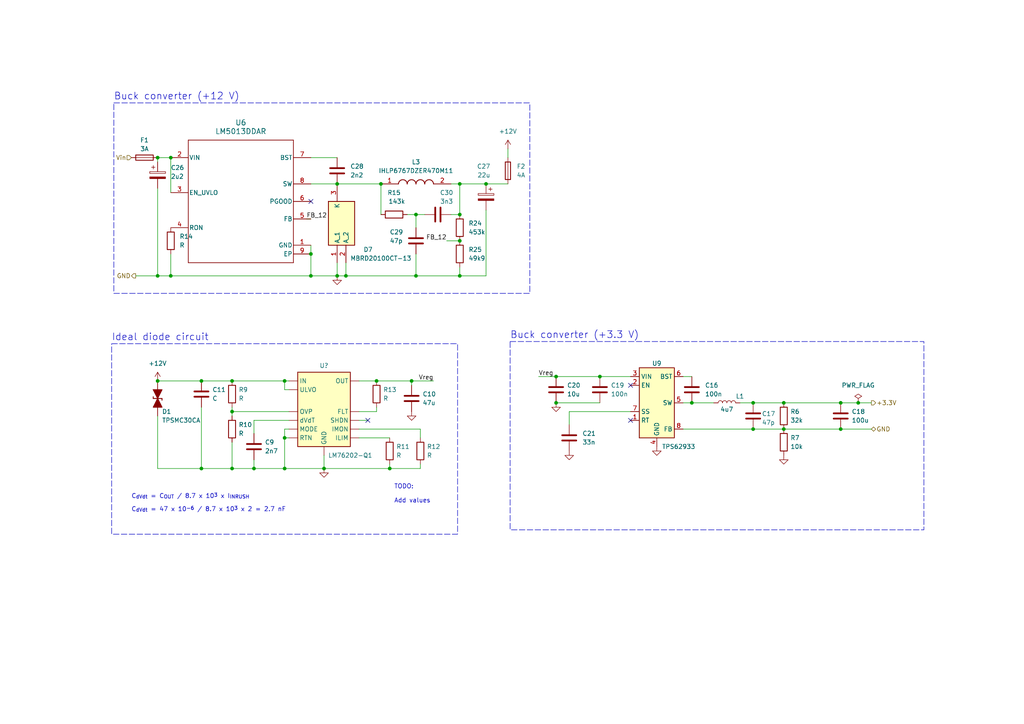
<source format=kicad_sch>
(kicad_sch (version 20230121) (generator eeschema)

  (uuid 6159aad4-3df8-4b77-bdff-c4df127c8492)

  (paper "A4")

  (title_block
    (title "Motor driver unit")
    (company "Hydrogreen Pollub")
  )

  (lib_symbols
    (symbol "2023-11-20_17-31-45:LM5013DDAR" (pin_names (offset 0.254)) (in_bom yes) (on_board yes)
      (property "Reference" "U" (at 0 2.54 0)
        (effects (font (size 1.524 1.524)))
      )
      (property "Value" "LM5013DDAR" (at 0 0 0)
        (effects (font (size 1.524 1.524)))
      )
      (property "Footprint" "DDA0008E-IPC_A" (at 0 0 0)
        (effects (font (size 1.27 1.27) italic) hide)
      )
      (property "Datasheet" "LM5013DDAR" (at 0 0 0)
        (effects (font (size 1.27 1.27) italic) hide)
      )
      (property "ki_locked" "" (at 0 0 0)
        (effects (font (size 1.27 1.27)))
      )
      (property "ki_keywords" "LM5013DDAR" (at 0 0 0)
        (effects (font (size 1.27 1.27)) hide)
      )
      (property "ki_fp_filters" "DDA0008E-IPC_A DDA0008E-IPC_B DDA0008E-IPC_C DDA0008E-MFG" (at 0 0 0)
        (effects (font (size 1.27 1.27)) hide)
      )
      (symbol "LM5013DDAR_0_1"
        (polyline
          (pts
            (xy 3.81 -31.75)
            (xy 34.29 -31.75)
          )
          (stroke (width 0.2032) (type default))
          (fill (type none))
        )
        (polyline
          (pts
            (xy 3.81 3.81)
            (xy 3.81 -31.75)
          )
          (stroke (width 0.2032) (type default))
          (fill (type none))
        )
        (polyline
          (pts
            (xy 34.29 -31.75)
            (xy 34.29 3.81)
          )
          (stroke (width 0.2032) (type default))
          (fill (type none))
        )
        (polyline
          (pts
            (xy 34.29 3.81)
            (xy 3.81 3.81)
          )
          (stroke (width 0.2032) (type default))
          (fill (type none))
        )
        (pin power_in line (at 39.37 -26.67 180) (length 5.08)
          (name "GND" (effects (font (size 1.27 1.27))))
          (number "1" (effects (font (size 1.27 1.27))))
        )
        (pin power_in line (at -1.27 -1.27 0) (length 5.08)
          (name "VIN" (effects (font (size 1.27 1.27))))
          (number "2" (effects (font (size 1.27 1.27))))
        )
        (pin input line (at -1.27 -11.43 0) (length 5.08)
          (name "EN_UVLO" (effects (font (size 1.27 1.27))))
          (number "3" (effects (font (size 1.27 1.27))))
        )
        (pin unspecified line (at -1.27 -21.59 0) (length 5.08)
          (name "RON" (effects (font (size 1.27 1.27))))
          (number "4" (effects (font (size 1.27 1.27))))
        )
        (pin unspecified line (at 39.37 -19.05 180) (length 5.08)
          (name "FB" (effects (font (size 1.27 1.27))))
          (number "5" (effects (font (size 1.27 1.27))))
        )
        (pin open_collector line (at 39.37 -13.97 180) (length 5.08)
          (name "PGOOD" (effects (font (size 1.27 1.27))))
          (number "6" (effects (font (size 1.27 1.27))))
        )
        (pin power_in line (at 39.37 -1.27 180) (length 5.08)
          (name "BST" (effects (font (size 1.27 1.27))))
          (number "7" (effects (font (size 1.27 1.27))))
        )
        (pin power_in line (at 39.37 -8.89 180) (length 5.08)
          (name "SW" (effects (font (size 1.27 1.27))))
          (number "8" (effects (font (size 1.27 1.27))))
        )
        (pin unspecified line (at 39.37 -29.21 180) (length 5.08)
          (name "EP" (effects (font (size 1.27 1.27))))
          (number "9" (effects (font (size 1.27 1.27))))
        )
      )
    )
    (symbol "Device:C" (pin_numbers hide) (pin_names (offset 0.254)) (in_bom yes) (on_board yes)
      (property "Reference" "C" (at 0.635 2.54 0)
        (effects (font (size 1.27 1.27)) (justify left))
      )
      (property "Value" "C" (at 0.635 -2.54 0)
        (effects (font (size 1.27 1.27)) (justify left))
      )
      (property "Footprint" "" (at 0.9652 -3.81 0)
        (effects (font (size 1.27 1.27)) hide)
      )
      (property "Datasheet" "~" (at 0 0 0)
        (effects (font (size 1.27 1.27)) hide)
      )
      (property "ki_keywords" "cap capacitor" (at 0 0 0)
        (effects (font (size 1.27 1.27)) hide)
      )
      (property "ki_description" "Unpolarized capacitor" (at 0 0 0)
        (effects (font (size 1.27 1.27)) hide)
      )
      (property "ki_fp_filters" "C_*" (at 0 0 0)
        (effects (font (size 1.27 1.27)) hide)
      )
      (symbol "C_0_1"
        (polyline
          (pts
            (xy -2.032 -0.762)
            (xy 2.032 -0.762)
          )
          (stroke (width 0.508) (type default))
          (fill (type none))
        )
        (polyline
          (pts
            (xy -2.032 0.762)
            (xy 2.032 0.762)
          )
          (stroke (width 0.508) (type default))
          (fill (type none))
        )
      )
      (symbol "C_1_1"
        (pin passive line (at 0 3.81 270) (length 2.794)
          (name "~" (effects (font (size 1.27 1.27))))
          (number "1" (effects (font (size 1.27 1.27))))
        )
        (pin passive line (at 0 -3.81 90) (length 2.794)
          (name "~" (effects (font (size 1.27 1.27))))
          (number "2" (effects (font (size 1.27 1.27))))
        )
      )
    )
    (symbol "Device:C_Polarized" (pin_numbers hide) (pin_names (offset 0.254)) (in_bom yes) (on_board yes)
      (property "Reference" "C" (at 0.635 2.54 0)
        (effects (font (size 1.27 1.27)) (justify left))
      )
      (property "Value" "C_Polarized" (at 0.635 -2.54 0)
        (effects (font (size 1.27 1.27)) (justify left))
      )
      (property "Footprint" "" (at 0.9652 -3.81 0)
        (effects (font (size 1.27 1.27)) hide)
      )
      (property "Datasheet" "~" (at 0 0 0)
        (effects (font (size 1.27 1.27)) hide)
      )
      (property "ki_keywords" "cap capacitor" (at 0 0 0)
        (effects (font (size 1.27 1.27)) hide)
      )
      (property "ki_description" "Polarized capacitor" (at 0 0 0)
        (effects (font (size 1.27 1.27)) hide)
      )
      (property "ki_fp_filters" "CP_*" (at 0 0 0)
        (effects (font (size 1.27 1.27)) hide)
      )
      (symbol "C_Polarized_0_1"
        (rectangle (start -2.286 0.508) (end 2.286 1.016)
          (stroke (width 0) (type default))
          (fill (type none))
        )
        (polyline
          (pts
            (xy -1.778 2.286)
            (xy -0.762 2.286)
          )
          (stroke (width 0) (type default))
          (fill (type none))
        )
        (polyline
          (pts
            (xy -1.27 2.794)
            (xy -1.27 1.778)
          )
          (stroke (width 0) (type default))
          (fill (type none))
        )
        (rectangle (start 2.286 -0.508) (end -2.286 -1.016)
          (stroke (width 0) (type default))
          (fill (type outline))
        )
      )
      (symbol "C_Polarized_1_1"
        (pin passive line (at 0 3.81 270) (length 2.794)
          (name "~" (effects (font (size 1.27 1.27))))
          (number "1" (effects (font (size 1.27 1.27))))
        )
        (pin passive line (at 0 -3.81 90) (length 2.794)
          (name "~" (effects (font (size 1.27 1.27))))
          (number "2" (effects (font (size 1.27 1.27))))
        )
      )
    )
    (symbol "Device:Fuse" (pin_numbers hide) (pin_names (offset 0)) (in_bom yes) (on_board yes)
      (property "Reference" "F" (at 2.032 0 90)
        (effects (font (size 1.27 1.27)))
      )
      (property "Value" "Fuse" (at -1.905 0 90)
        (effects (font (size 1.27 1.27)))
      )
      (property "Footprint" "" (at -1.778 0 90)
        (effects (font (size 1.27 1.27)) hide)
      )
      (property "Datasheet" "~" (at 0 0 0)
        (effects (font (size 1.27 1.27)) hide)
      )
      (property "ki_keywords" "fuse" (at 0 0 0)
        (effects (font (size 1.27 1.27)) hide)
      )
      (property "ki_description" "Fuse" (at 0 0 0)
        (effects (font (size 1.27 1.27)) hide)
      )
      (property "ki_fp_filters" "*Fuse*" (at 0 0 0)
        (effects (font (size 1.27 1.27)) hide)
      )
      (symbol "Fuse_0_1"
        (rectangle (start -0.762 -2.54) (end 0.762 2.54)
          (stroke (width 0.254) (type default))
          (fill (type none))
        )
        (polyline
          (pts
            (xy 0 2.54)
            (xy 0 -2.54)
          )
          (stroke (width 0) (type default))
          (fill (type none))
        )
      )
      (symbol "Fuse_1_1"
        (pin passive line (at 0 3.81 270) (length 1.27)
          (name "~" (effects (font (size 1.27 1.27))))
          (number "1" (effects (font (size 1.27 1.27))))
        )
        (pin passive line (at 0 -3.81 90) (length 1.27)
          (name "~" (effects (font (size 1.27 1.27))))
          (number "2" (effects (font (size 1.27 1.27))))
        )
      )
    )
    (symbol "Device:L" (pin_numbers hide) (pin_names (offset 1.016) hide) (in_bom yes) (on_board yes)
      (property "Reference" "L" (at -1.27 0 90)
        (effects (font (size 1.27 1.27)))
      )
      (property "Value" "L" (at 1.905 0 90)
        (effects (font (size 1.27 1.27)))
      )
      (property "Footprint" "" (at 0 0 0)
        (effects (font (size 1.27 1.27)) hide)
      )
      (property "Datasheet" "~" (at 0 0 0)
        (effects (font (size 1.27 1.27)) hide)
      )
      (property "ki_keywords" "inductor choke coil reactor magnetic" (at 0 0 0)
        (effects (font (size 1.27 1.27)) hide)
      )
      (property "ki_description" "Inductor" (at 0 0 0)
        (effects (font (size 1.27 1.27)) hide)
      )
      (property "ki_fp_filters" "Choke_* *Coil* Inductor_* L_*" (at 0 0 0)
        (effects (font (size 1.27 1.27)) hide)
      )
      (symbol "L_0_1"
        (arc (start 0 -2.54) (mid 0.6323 -1.905) (end 0 -1.27)
          (stroke (width 0) (type default))
          (fill (type none))
        )
        (arc (start 0 -1.27) (mid 0.6323 -0.635) (end 0 0)
          (stroke (width 0) (type default))
          (fill (type none))
        )
        (arc (start 0 0) (mid 0.6323 0.635) (end 0 1.27)
          (stroke (width 0) (type default))
          (fill (type none))
        )
        (arc (start 0 1.27) (mid 0.6323 1.905) (end 0 2.54)
          (stroke (width 0) (type default))
          (fill (type none))
        )
      )
      (symbol "L_1_1"
        (pin passive line (at 0 3.81 270) (length 1.27)
          (name "1" (effects (font (size 1.27 1.27))))
          (number "1" (effects (font (size 1.27 1.27))))
        )
        (pin passive line (at 0 -3.81 90) (length 1.27)
          (name "2" (effects (font (size 1.27 1.27))))
          (number "2" (effects (font (size 1.27 1.27))))
        )
      )
    )
    (symbol "Device:R" (pin_numbers hide) (pin_names (offset 0)) (in_bom yes) (on_board yes)
      (property "Reference" "R" (at 2.032 0 90)
        (effects (font (size 1.27 1.27)))
      )
      (property "Value" "R" (at 0 0 90)
        (effects (font (size 1.27 1.27)))
      )
      (property "Footprint" "" (at -1.778 0 90)
        (effects (font (size 1.27 1.27)) hide)
      )
      (property "Datasheet" "~" (at 0 0 0)
        (effects (font (size 1.27 1.27)) hide)
      )
      (property "ki_keywords" "R res resistor" (at 0 0 0)
        (effects (font (size 1.27 1.27)) hide)
      )
      (property "ki_description" "Resistor" (at 0 0 0)
        (effects (font (size 1.27 1.27)) hide)
      )
      (property "ki_fp_filters" "R_*" (at 0 0 0)
        (effects (font (size 1.27 1.27)) hide)
      )
      (symbol "R_0_1"
        (rectangle (start -1.016 -2.54) (end 1.016 2.54)
          (stroke (width 0.254) (type default))
          (fill (type none))
        )
      )
      (symbol "R_1_1"
        (pin passive line (at 0 3.81 270) (length 1.27)
          (name "~" (effects (font (size 1.27 1.27))))
          (number "1" (effects (font (size 1.27 1.27))))
        )
        (pin passive line (at 0 -3.81 90) (length 1.27)
          (name "~" (effects (font (size 1.27 1.27))))
          (number "2" (effects (font (size 1.27 1.27))))
        )
      )
    )
    (symbol "Hydros:LM76202-Q1" (in_bom yes) (on_board yes)
      (property "Reference" "U" (at 0 1.905 0)
        (effects (font (size 1.27 1.27)))
      )
      (property "Value" "LM76202-Q1" (at 7.62 -24.13 0)
        (effects (font (size 1.27 1.27)))
      )
      (property "Footprint" "" (at 3.81 0 0)
        (effects (font (size 1.27 1.27)) hide)
      )
      (property "Datasheet" "" (at 3.81 0 0)
        (effects (font (size 1.27 1.27)) hide)
      )
      (symbol "LM76202-Q1_1_1"
        (rectangle (start -7.62 0) (end 7.62 -21.59)
          (stroke (width 0.254) (type solid))
          (fill (type background))
        )
        (pin output line (at 10.16 -11.43 180) (length 2.54)
          (name "FLT" (effects (font (size 1.27 1.27))))
          (number "" (effects (font (size 1.27 1.27))))
        )
        (pin output line (at 0 -24.13 90) (length 2.54)
          (name "GND" (effects (font (size 1.27 1.27))))
          (number "" (effects (font (size 1.27 1.27))))
        )
        (pin input line (at 10.16 -19.05 180) (length 2.54)
          (name "ILIM" (effects (font (size 1.27 1.27))))
          (number "" (effects (font (size 1.27 1.27))))
        )
        (pin output line (at 10.16 -16.51 180) (length 2.54)
          (name "IMON" (effects (font (size 1.27 1.27))))
          (number "" (effects (font (size 1.27 1.27))))
        )
        (pin power_in line (at -10.16 -2.54 0) (length 2.54)
          (name "IN" (effects (font (size 1.27 1.27))))
          (number "" (effects (font (size 1.27 1.27))))
        )
        (pin input line (at -10.16 -16.51 0) (length 2.54)
          (name "MODE" (effects (font (size 1.27 1.27))))
          (number "" (effects (font (size 1.27 1.27))))
        )
        (pin power_out line (at 10.16 -2.54 180) (length 2.54)
          (name "OUT" (effects (font (size 1.27 1.27))))
          (number "" (effects (font (size 1.27 1.27))))
        )
        (pin input line (at -10.16 -11.43 0) (length 2.54)
          (name "OVP" (effects (font (size 1.27 1.27))))
          (number "" (effects (font (size 1.27 1.27))))
        )
        (pin input line (at -10.16 -19.05 0) (length 2.54)
          (name "RTN" (effects (font (size 1.27 1.27))))
          (number "" (effects (font (size 1.27 1.27))))
        )
        (pin input line (at 10.16 -13.97 180) (length 2.54)
          (name "SHDN" (effects (font (size 1.27 1.27))))
          (number "" (effects (font (size 1.27 1.27))))
        )
        (pin input line (at -10.16 -5.08 0) (length 2.54)
          (name "ULVO" (effects (font (size 1.27 1.27))))
          (number "" (effects (font (size 1.27 1.27))))
        )
        (pin input line (at -10.16 -13.97 0) (length 2.54)
          (name "dVdT" (effects (font (size 1.27 1.27))))
          (number "" (effects (font (size 1.27 1.27))))
        )
      )
    )
    (symbol "IHLP6767DZER470M11:IHLP6767DZER470M11" (pin_names hide) (in_bom yes) (on_board yes)
      (property "Reference" "L" (at 16.51 6.35 0)
        (effects (font (size 1.27 1.27)) (justify left top))
      )
      (property "Value" "IHLP6767DZER470M11" (at 16.51 3.81 0)
        (effects (font (size 1.27 1.27)) (justify left top))
      )
      (property "Footprint" "IHLP6767DZER470M11" (at 16.51 -96.19 0)
        (effects (font (size 1.27 1.27)) (justify left top) hide)
      )
      (property "Datasheet" "https://componentsearchengine.com/Datasheets/2/IHLP6767DZER470M11.pdf" (at 16.51 -196.19 0)
        (effects (font (size 1.27 1.27)) (justify left top) hide)
      )
      (property "Height" "4" (at 16.51 -396.19 0)
        (effects (font (size 1.27 1.27)) (justify left top) hide)
      )
      (property "Mouser Part Number" "70-IHLP6767DZER470M1" (at 16.51 -496.19 0)
        (effects (font (size 1.27 1.27)) (justify left top) hide)
      )
      (property "Mouser Price/Stock" "https://www.mouser.co.uk/ProductDetail/Vishay-Dale/IHLP6767DZER470M11?qs=e2ByEPnK0IgJ3lh9QXlbaQ%3D%3D" (at 16.51 -596.19 0)
        (effects (font (size 1.27 1.27)) (justify left top) hide)
      )
      (property "Manufacturer_Name" "Vishay" (at 16.51 -696.19 0)
        (effects (font (size 1.27 1.27)) (justify left top) hide)
      )
      (property "Manufacturer_Part_Number" "IHLP6767DZER470M11" (at 16.51 -796.19 0)
        (effects (font (size 1.27 1.27)) (justify left top) hide)
      )
      (property "ki_description" "Fixed Inductors 47uH 20%" (at 0 0 0)
        (effects (font (size 1.27 1.27)) hide)
      )
      (symbol "IHLP6767DZER470M11_1_1"
        (arc (start 7.62 0) (mid 6.35 1.219) (end 5.08 0)
          (stroke (width 0.254) (type default))
          (fill (type none))
        )
        (arc (start 10.16 0) (mid 8.89 1.219) (end 7.62 0)
          (stroke (width 0.254) (type default))
          (fill (type none))
        )
        (arc (start 12.7 0) (mid 11.43 1.219) (end 10.16 0)
          (stroke (width 0.254) (type default))
          (fill (type none))
        )
        (arc (start 15.24 0) (mid 13.97 1.219) (end 12.7 0)
          (stroke (width 0.254) (type default))
          (fill (type none))
        )
        (pin passive line (at 0 0 0) (length 5.08)
          (name "1" (effects (font (size 1.27 1.27))))
          (number "1" (effects (font (size 1.27 1.27))))
        )
        (pin passive line (at 20.32 0 180) (length 5.08)
          (name "2" (effects (font (size 1.27 1.27))))
          (number "2" (effects (font (size 1.27 1.27))))
        )
      )
    )
    (symbol "MBRD20100CT-13:MBRD20100CT-13" (in_bom yes) (on_board yes)
      (property "Reference" "D" (at 19.05 7.62 0)
        (effects (font (size 1.27 1.27)) (justify left top))
      )
      (property "Value" "MBRD20100CT-13" (at 19.05 5.08 0)
        (effects (font (size 1.27 1.27)) (justify left top))
      )
      (property "Footprint" "TO252_(DPAK)_1" (at 19.05 -94.92 0)
        (effects (font (size 1.27 1.27)) (justify left top) hide)
      )
      (property "Datasheet" "https://www.diodes.com/assets/Datasheets/MBRD20100CT.pdf" (at 19.05 -194.92 0)
        (effects (font (size 1.27 1.27)) (justify left top) hide)
      )
      (property "Height" "" (at 19.05 -394.92 0)
        (effects (font (size 1.27 1.27)) (justify left top) hide)
      )
      (property "Mouser Part Number" "621-MBRD20100CT-13" (at 19.05 -494.92 0)
        (effects (font (size 1.27 1.27)) (justify left top) hide)
      )
      (property "Mouser Price/Stock" "https://www.mouser.co.uk/ProductDetail/Diodes-Incorporated/MBRD20100CT-13?qs=jXf%2FRVhl83botAnW1PVj%2FA%3D%3D" (at 19.05 -594.92 0)
        (effects (font (size 1.27 1.27)) (justify left top) hide)
      )
      (property "Manufacturer_Name" "Diodes Incorporated" (at 19.05 -694.92 0)
        (effects (font (size 1.27 1.27)) (justify left top) hide)
      )
      (property "Manufacturer_Part_Number" "MBRD20100CT-13" (at 19.05 -794.92 0)
        (effects (font (size 1.27 1.27)) (justify left top) hide)
      )
      (property "ki_description" "Schottky Diodes & Rectifiers 20A Dual SBR 100Vrrm 150Ifsm 0.84" (at 0 0 0)
        (effects (font (size 1.27 1.27)) hide)
      )
      (symbol "MBRD20100CT-13_1_1"
        (rectangle (start 5.08 2.54) (end 17.78 -5.08)
          (stroke (width 0.254) (type default))
          (fill (type background))
        )
        (pin passive line (at 0 0 0) (length 5.08)
          (name "A_1" (effects (font (size 1.27 1.27))))
          (number "1" (effects (font (size 1.27 1.27))))
        )
        (pin passive line (at 0 -2.54 0) (length 5.08)
          (name "A_2" (effects (font (size 1.27 1.27))))
          (number "2" (effects (font (size 1.27 1.27))))
        )
        (pin passive line (at 22.86 0 180) (length 5.08)
          (name "K" (effects (font (size 1.27 1.27))))
          (number "3" (effects (font (size 1.27 1.27))))
        )
      )
    )
    (symbol "PCM_Diode_TVS_AKL:TPSMC30CA" (pin_numbers hide) (pin_names (offset 1.016) hide) (in_bom yes) (on_board yes)
      (property "Reference" "D" (at 0 5.08 0)
        (effects (font (size 1.27 1.27)))
      )
      (property "Value" "TPSMC30CA" (at 0 2.54 0)
        (effects (font (size 1.27 1.27)))
      )
      (property "Footprint" "Diode_SMD_AKL:D_SMC_TVS" (at 0 0 0)
        (effects (font (size 1.27 1.27)) hide)
      )
      (property "Datasheet" "https://www.tme.eu/Document/fe696fca10a75ca6fef9faefe21b9450/TPSMC_ser.pdf" (at 0 0 0)
        (effects (font (size 1.27 1.27)) hide)
      )
      (property "ki_keywords" "diode TVS bidirectional TPSMC-CA" (at 0 0 0)
        (effects (font (size 1.27 1.27)) hide)
      )
      (property "ki_description" "SMC Bidirectional TVS Diode, 30V, 1500W, Alternate KiCAD Library" (at 0 0 0)
        (effects (font (size 1.27 1.27)) hide)
      )
      (property "ki_fp_filters" "TO-???* *_Diode_* *SingleDiode* D_*" (at 0 0 0)
        (effects (font (size 1.27 1.27)) hide)
      )
      (symbol "TPSMC30CA_0_1"
        (polyline
          (pts
            (xy 0 -1.27)
            (xy -0.508 -1.27)
          )
          (stroke (width 0.254) (type default))
          (fill (type none))
        )
        (polyline
          (pts
            (xy 0 1.27)
            (xy 0 -1.27)
          )
          (stroke (width 0.254) (type default))
          (fill (type none))
        )
        (polyline
          (pts
            (xy 0 1.27)
            (xy 0.508 1.27)
          )
          (stroke (width 0.254) (type default))
          (fill (type none))
        )
        (polyline
          (pts
            (xy 1.27 0)
            (xy -1.27 0)
          )
          (stroke (width 0) (type default))
          (fill (type none))
        )
        (polyline
          (pts
            (xy 0 0)
            (xy -2.54 1.27)
            (xy -2.54 -1.27)
            (xy 0 0)
          )
          (stroke (width 0.254) (type default))
          (fill (type outline))
        )
        (polyline
          (pts
            (xy 2.54 1.27)
            (xy 2.54 -1.27)
            (xy 0 0)
            (xy 2.54 1.27)
          )
          (stroke (width 0.254) (type default))
          (fill (type outline))
        )
      )
      (symbol "TPSMC30CA_1_1"
        (pin passive line (at -5.08 0 0) (length 2.54)
          (name "K" (effects (font (size 1.27 1.27))))
          (number "1" (effects (font (size 1.27 1.27))))
        )
        (pin passive line (at 5.08 0 180) (length 2.54)
          (name "A" (effects (font (size 1.27 1.27))))
          (number "2" (effects (font (size 1.27 1.27))))
        )
      )
    )
    (symbol "Regulator_Switching:TPS62933" (in_bom yes) (on_board yes)
      (property "Reference" "U" (at 0 13.97 0)
        (effects (font (size 1.27 1.27)))
      )
      (property "Value" "TPS62933" (at 0 11.43 0)
        (effects (font (size 1.27 1.27)))
      )
      (property "Footprint" "Package_TO_SOT_SMD:SOT-583-8" (at 0 -25.4 0)
        (effects (font (size 1.27 1.27)) hide)
      )
      (property "Datasheet" "https://www.ti.com/lit/ds/symlink/tps62933.pdf" (at 0 -22.86 0)
        (effects (font (size 1.27 1.27)) hide)
      )
      (property "ki_keywords" "synchronous buck converter " (at 0 0 0)
        (effects (font (size 1.27 1.27)) hide)
      )
      (property "ki_description" "3.8-V to 30-V, 2-A, 3-A Synchronous Buck Converters, SOT583-8" (at 0 0 0)
        (effects (font (size 1.27 1.27)) hide)
      )
      (property "ki_fp_filters" "SOT?583*" (at 0 0 0)
        (effects (font (size 1.27 1.27)) hide)
      )
      (symbol "TPS62933_0_1"
        (rectangle (start -5.08 10.16) (end 5.08 -10.16)
          (stroke (width 0.254) (type default))
          (fill (type background))
        )
      )
      (symbol "TPS62933_1_1"
        (pin passive line (at -7.62 -5.08 0) (length 2.54)
          (name "RT" (effects (font (size 1.27 1.27))))
          (number "1" (effects (font (size 1.27 1.27))))
        )
        (pin input line (at -7.62 5.08 0) (length 2.54)
          (name "EN" (effects (font (size 1.27 1.27))))
          (number "2" (effects (font (size 1.27 1.27))))
        )
        (pin power_in line (at -7.62 7.62 0) (length 2.54)
          (name "VIN" (effects (font (size 1.27 1.27))))
          (number "3" (effects (font (size 1.27 1.27))))
        )
        (pin power_in line (at 0 -12.7 90) (length 2.54)
          (name "GND" (effects (font (size 1.27 1.27))))
          (number "4" (effects (font (size 1.27 1.27))))
        )
        (pin output line (at 7.62 0 180) (length 2.54)
          (name "SW" (effects (font (size 1.27 1.27))))
          (number "5" (effects (font (size 1.27 1.27))))
        )
        (pin passive line (at 7.62 7.62 180) (length 2.54)
          (name "BST" (effects (font (size 1.27 1.27))))
          (number "6" (effects (font (size 1.27 1.27))))
        )
        (pin passive line (at -7.62 -2.54 0) (length 2.54)
          (name "SS" (effects (font (size 1.27 1.27))))
          (number "7" (effects (font (size 1.27 1.27))))
        )
        (pin input line (at 7.62 -7.62 180) (length 2.54)
          (name "FB" (effects (font (size 1.27 1.27))))
          (number "8" (effects (font (size 1.27 1.27))))
        )
      )
    )
    (symbol "power:+12V" (power) (pin_names (offset 0)) (in_bom yes) (on_board yes)
      (property "Reference" "#PWR" (at 0 -3.81 0)
        (effects (font (size 1.27 1.27)) hide)
      )
      (property "Value" "+12V" (at 0 3.556 0)
        (effects (font (size 1.27 1.27)))
      )
      (property "Footprint" "" (at 0 0 0)
        (effects (font (size 1.27 1.27)) hide)
      )
      (property "Datasheet" "" (at 0 0 0)
        (effects (font (size 1.27 1.27)) hide)
      )
      (property "ki_keywords" "global power" (at 0 0 0)
        (effects (font (size 1.27 1.27)) hide)
      )
      (property "ki_description" "Power symbol creates a global label with name \"+12V\"" (at 0 0 0)
        (effects (font (size 1.27 1.27)) hide)
      )
      (symbol "+12V_0_1"
        (polyline
          (pts
            (xy -0.762 1.27)
            (xy 0 2.54)
          )
          (stroke (width 0) (type default))
          (fill (type none))
        )
        (polyline
          (pts
            (xy 0 0)
            (xy 0 2.54)
          )
          (stroke (width 0) (type default))
          (fill (type none))
        )
        (polyline
          (pts
            (xy 0 2.54)
            (xy 0.762 1.27)
          )
          (stroke (width 0) (type default))
          (fill (type none))
        )
      )
      (symbol "+12V_1_1"
        (pin power_in line (at 0 0 90) (length 0) hide
          (name "+12V" (effects (font (size 1.27 1.27))))
          (number "1" (effects (font (size 1.27 1.27))))
        )
      )
    )
    (symbol "power:GND" (power) (pin_names (offset 0)) (in_bom yes) (on_board yes)
      (property "Reference" "#PWR" (at 0 -6.35 0)
        (effects (font (size 1.27 1.27)) hide)
      )
      (property "Value" "GND" (at 0 -3.81 0)
        (effects (font (size 1.27 1.27)))
      )
      (property "Footprint" "" (at 0 0 0)
        (effects (font (size 1.27 1.27)) hide)
      )
      (property "Datasheet" "" (at 0 0 0)
        (effects (font (size 1.27 1.27)) hide)
      )
      (property "ki_keywords" "global power" (at 0 0 0)
        (effects (font (size 1.27 1.27)) hide)
      )
      (property "ki_description" "Power symbol creates a global label with name \"GND\" , ground" (at 0 0 0)
        (effects (font (size 1.27 1.27)) hide)
      )
      (symbol "GND_0_1"
        (polyline
          (pts
            (xy 0 0)
            (xy 0 -1.27)
            (xy 1.27 -1.27)
            (xy 0 -2.54)
            (xy -1.27 -1.27)
            (xy 0 -1.27)
          )
          (stroke (width 0) (type default))
          (fill (type none))
        )
      )
      (symbol "GND_1_1"
        (pin power_in line (at 0 0 270) (length 0) hide
          (name "GND" (effects (font (size 1.27 1.27))))
          (number "1" (effects (font (size 1.27 1.27))))
        )
      )
    )
    (symbol "power:PWR_FLAG" (power) (pin_numbers hide) (pin_names (offset 0) hide) (in_bom yes) (on_board yes)
      (property "Reference" "#FLG" (at 0 1.905 0)
        (effects (font (size 1.27 1.27)) hide)
      )
      (property "Value" "PWR_FLAG" (at 0 3.81 0)
        (effects (font (size 1.27 1.27)))
      )
      (property "Footprint" "" (at 0 0 0)
        (effects (font (size 1.27 1.27)) hide)
      )
      (property "Datasheet" "~" (at 0 0 0)
        (effects (font (size 1.27 1.27)) hide)
      )
      (property "ki_keywords" "flag power" (at 0 0 0)
        (effects (font (size 1.27 1.27)) hide)
      )
      (property "ki_description" "Special symbol for telling ERC where power comes from" (at 0 0 0)
        (effects (font (size 1.27 1.27)) hide)
      )
      (symbol "PWR_FLAG_0_0"
        (pin power_out line (at 0 0 90) (length 0)
          (name "pwr" (effects (font (size 1.27 1.27))))
          (number "1" (effects (font (size 1.27 1.27))))
        )
      )
      (symbol "PWR_FLAG_0_1"
        (polyline
          (pts
            (xy 0 0)
            (xy 0 1.27)
            (xy -1.016 1.905)
            (xy 0 2.54)
            (xy 1.016 1.905)
            (xy 0 1.27)
          )
          (stroke (width 0) (type default))
          (fill (type none))
        )
      )
    )
  )

  (junction (at 133.35 69.85) (diameter 0) (color 0 0 0 0)
    (uuid 03ca40d4-8705-4c07-9b7c-0a482e6fe686)
  )
  (junction (at 243.84 124.46) (diameter 0) (color 0 0 0 0)
    (uuid 083325d5-72b7-4431-aa14-a8388fb8ef07)
  )
  (junction (at 73.66 135.89) (diameter 0) (color 0 0 0 0)
    (uuid 0f76ba56-a411-4d9a-816f-fe53d9852323)
  )
  (junction (at 113.03 135.89) (diameter 0) (color 0 0 0 0)
    (uuid 183ae216-5a6d-4d98-a96d-caa6999f005e)
  )
  (junction (at 100.33 80.01) (diameter 0) (color 0 0 0 0)
    (uuid 1e7eabe2-dac6-4080-a0b5-7bbda8a9513d)
  )
  (junction (at 109.22 110.49) (diameter 0) (color 0 0 0 0)
    (uuid 25fef85b-3ae7-4752-ade4-eb6a157a939f)
  )
  (junction (at 161.29 116.84) (diameter 0) (color 0 0 0 0)
    (uuid 2929a86f-04b2-4982-800e-6292764340ac)
  )
  (junction (at 97.79 53.34) (diameter 0) (color 0 0 0 0)
    (uuid 2c042234-bc23-4fbc-a759-9ed972bd1e77)
  )
  (junction (at 82.55 135.89) (diameter 0) (color 0 0 0 0)
    (uuid 2c8eaa7d-4fd9-46e0-b1fe-5804d136de57)
  )
  (junction (at 248.92 116.84) (diameter 0) (color 0 0 0 0)
    (uuid 31a41f20-e4e3-4e81-b7d7-462b0c5690d3)
  )
  (junction (at 218.44 116.84) (diameter 0) (color 0 0 0 0)
    (uuid 33d28e43-9c76-4609-b0ce-d89181ac40a2)
  )
  (junction (at 58.42 135.89) (diameter 0) (color 0 0 0 0)
    (uuid 3b64b35d-e4a0-4a14-87f1-990d172a3d5a)
  )
  (junction (at 227.33 116.84) (diameter 0) (color 0 0 0 0)
    (uuid 46d32e18-a40d-45b7-bc9c-01c3f1af8e57)
  )
  (junction (at 82.55 110.49) (diameter 0) (color 0 0 0 0)
    (uuid 484d8969-c321-43cb-baae-01954e541dfa)
  )
  (junction (at 90.17 80.01) (diameter 0) (color 0 0 0 0)
    (uuid 4dd127f8-528f-430f-8d9f-5bb797ae40fb)
  )
  (junction (at 120.65 80.01) (diameter 0) (color 0 0 0 0)
    (uuid 4ee7ac1a-c254-46a9-abca-d52cd29b7ec6)
  )
  (junction (at 49.53 45.72) (diameter 0) (color 0 0 0 0)
    (uuid 584bd1bd-8ed9-41c1-a323-50494e104d9c)
  )
  (junction (at 45.72 110.49) (diameter 0) (color 0 0 0 0)
    (uuid 59b01c6a-88b1-4872-a423-e5d7d35acc06)
  )
  (junction (at 110.49 53.34) (diameter 0) (color 0 0 0 0)
    (uuid 6069a877-f42f-4182-9eb9-d2e647f2b407)
  )
  (junction (at 161.29 109.22) (diameter 0) (color 0 0 0 0)
    (uuid 63de5be9-ecba-4506-8c14-33e9a10e3d4a)
  )
  (junction (at 97.79 80.01) (diameter 0) (color 0 0 0 0)
    (uuid 6dfdfcac-e722-47f9-975e-da45ab0c9773)
  )
  (junction (at 67.31 119.38) (diameter 0) (color 0 0 0 0)
    (uuid 6e330748-fee7-471a-84f9-60af111b34e1)
  )
  (junction (at 90.17 73.66) (diameter 0) (color 0 0 0 0)
    (uuid 7087825b-b496-409c-86a2-668da0c11357)
  )
  (junction (at 133.35 80.01) (diameter 0) (color 0 0 0 0)
    (uuid 77693e5e-8f11-43ac-87f2-8a1bc4bb9658)
  )
  (junction (at 140.97 53.34) (diameter 0) (color 0 0 0 0)
    (uuid 7e84cab2-5e20-4704-a28e-5f780b5b5216)
  )
  (junction (at 120.65 62.23) (diameter 0) (color 0 0 0 0)
    (uuid 7e90bdd4-a428-4afd-a2ac-f5d6f150bbf7)
  )
  (junction (at 218.44 124.46) (diameter 0) (color 0 0 0 0)
    (uuid 7ffd3f08-e436-4ae9-a403-abaf354529b5)
  )
  (junction (at 58.42 110.49) (diameter 0) (color 0 0 0 0)
    (uuid 80e82ed1-1e6a-4d86-a9fa-1023e031a24e)
  )
  (junction (at 45.72 45.72) (diameter 0) (color 0 0 0 0)
    (uuid 84c2c852-c4df-49a6-8de9-b2cd17e0b019)
  )
  (junction (at 133.35 53.34) (diameter 0) (color 0 0 0 0)
    (uuid 90ae2837-a985-497c-aed6-05369a0be192)
  )
  (junction (at 93.98 135.89) (diameter 0) (color 0 0 0 0)
    (uuid 9f99c66b-e14b-4cf9-9d93-d4bd623f49ec)
  )
  (junction (at 67.31 110.49) (diameter 0) (color 0 0 0 0)
    (uuid a4299a02-4d80-4ed9-a5ac-30303eabd42c)
  )
  (junction (at 67.31 135.89) (diameter 0) (color 0 0 0 0)
    (uuid a8702a38-c9a0-4a89-9aae-1e04ed875e8a)
  )
  (junction (at 227.33 124.46) (diameter 0) (color 0 0 0 0)
    (uuid b1302661-25fe-4d5a-aca0-67be1c8666e2)
  )
  (junction (at 200.66 116.84) (diameter 0) (color 0 0 0 0)
    (uuid d66543a7-638c-4053-a9e6-b24aa98f732f)
  )
  (junction (at 243.84 116.84) (diameter 0) (color 0 0 0 0)
    (uuid dfd901ac-4254-4da9-bf88-70a313eb7830)
  )
  (junction (at 45.72 80.01) (diameter 0) (color 0 0 0 0)
    (uuid e6300e84-53d6-4164-99a5-5ee480d22bfc)
  )
  (junction (at 82.55 127) (diameter 0) (color 0 0 0 0)
    (uuid e83c9b36-72eb-4b7e-ad26-15a250f01ef9)
  )
  (junction (at 119.38 110.49) (diameter 0) (color 0 0 0 0)
    (uuid e8d9e3e6-97bb-4f76-a117-6d6dd41cdc70)
  )
  (junction (at 173.99 109.22) (diameter 0) (color 0 0 0 0)
    (uuid edb39e6f-ecbb-472c-841d-9b94cd5dbb4f)
  )
  (junction (at 49.53 80.01) (diameter 0) (color 0 0 0 0)
    (uuid f5d95db8-d4d4-4d80-aaad-01a70c58befa)
  )
  (junction (at 133.35 62.23) (diameter 0) (color 0 0 0 0)
    (uuid f6d4c55a-3f92-4cbc-b048-ce3eaac84926)
  )

  (no_connect (at 90.17 58.42) (uuid 59fba319-7942-4cbb-8bad-f076e2a29d8c))
  (no_connect (at 106.68 121.92) (uuid 6de70628-a1db-48c4-8cd4-e57e0df1cf67))
  (no_connect (at 182.88 121.92) (uuid 9c3223dd-bac5-4a31-a1e6-6a2cae2d043e))
  (no_connect (at 182.88 111.76) (uuid ba75c3bf-d5f7-43b1-b854-5f8e0fe9c5dc))

  (wire (pts (xy 198.12 124.46) (xy 218.44 124.46))
    (stroke (width 0) (type default))
    (uuid 011e81b0-62be-4bcf-b36d-2f81395917ba)
  )
  (wire (pts (xy 227.33 116.84) (xy 243.84 116.84))
    (stroke (width 0) (type default))
    (uuid 01a3c66b-7ba4-47b8-a359-1811978320f2)
  )
  (wire (pts (xy 119.38 110.49) (xy 125.73 110.49))
    (stroke (width 0) (type default))
    (uuid 048d3a53-1c5c-47ee-9b66-4c1e81dfb740)
  )
  (wire (pts (xy 82.55 110.49) (xy 83.82 110.49))
    (stroke (width 0) (type default))
    (uuid 09886a1f-bbf3-4de8-9692-e05672232491)
  )
  (wire (pts (xy 227.33 124.46) (xy 243.84 124.46))
    (stroke (width 0) (type default))
    (uuid 0b7bd333-2ab0-49be-ac8d-c6ce691140e3)
  )
  (wire (pts (xy 104.14 127) (xy 113.03 127))
    (stroke (width 0) (type default))
    (uuid 0d32bb59-525f-4a2f-8d2a-21a2ee758bca)
  )
  (wire (pts (xy 129.54 69.85) (xy 133.35 69.85))
    (stroke (width 0) (type default))
    (uuid 0efa1929-ff42-4641-8538-b2e4a4b42287)
  )
  (wire (pts (xy 45.72 120.65) (xy 45.72 135.89))
    (stroke (width 0) (type default))
    (uuid 14d40985-e3be-4d17-9e7f-c35e84a737f3)
  )
  (wire (pts (xy 100.33 80.01) (xy 97.79 80.01))
    (stroke (width 0) (type default))
    (uuid 177f60b3-a62c-46ea-a8fe-4579f18eb814)
  )
  (wire (pts (xy 97.79 80.01) (xy 90.17 80.01))
    (stroke (width 0) (type default))
    (uuid 1b13cd52-0454-40c8-80f6-92600900a15e)
  )
  (wire (pts (xy 93.98 135.89) (xy 113.03 135.89))
    (stroke (width 0) (type default))
    (uuid 1b376069-c26d-47f5-8396-78f3ed744ac5)
  )
  (wire (pts (xy 214.63 116.84) (xy 218.44 116.84))
    (stroke (width 0) (type default))
    (uuid 1dfd4da3-5d43-4a55-80cd-63d5e8aadf0b)
  )
  (wire (pts (xy 82.55 127) (xy 82.55 135.89))
    (stroke (width 0) (type default))
    (uuid 1e4c19bd-c54e-406c-85ce-9d54c58d41ed)
  )
  (wire (pts (xy 120.65 80.01) (xy 133.35 80.01))
    (stroke (width 0) (type default))
    (uuid 218e836a-727c-44ee-b05c-1121237515b1)
  )
  (wire (pts (xy 67.31 119.38) (xy 83.82 119.38))
    (stroke (width 0) (type default))
    (uuid 22de0877-c164-4cf8-b5ae-b03880f57106)
  )
  (wire (pts (xy 218.44 116.84) (xy 227.33 116.84))
    (stroke (width 0) (type default))
    (uuid 24174daf-74fc-4a82-a28d-7cd48f837929)
  )
  (wire (pts (xy 49.53 80.01) (xy 45.72 80.01))
    (stroke (width 0) (type default))
    (uuid 24d13a39-3262-4a36-9b03-3db2660473ff)
  )
  (wire (pts (xy 165.1 123.19) (xy 165.1 119.38))
    (stroke (width 0) (type default))
    (uuid 29154e52-31aa-451e-bd71-3b0b2c0da013)
  )
  (wire (pts (xy 93.98 132.08) (xy 93.98 135.89))
    (stroke (width 0) (type default))
    (uuid 34e30c66-c38d-44f3-85a1-ebf4058dbabe)
  )
  (wire (pts (xy 161.29 116.84) (xy 173.99 116.84))
    (stroke (width 0) (type default))
    (uuid 36104e7b-c5eb-44ea-9476-21a89a08ca94)
  )
  (wire (pts (xy 113.03 134.62) (xy 113.03 135.89))
    (stroke (width 0) (type default))
    (uuid 3bc460f5-04e6-43f5-af2a-3c2d4f0fade4)
  )
  (wire (pts (xy 58.42 118.11) (xy 58.42 135.89))
    (stroke (width 0) (type default))
    (uuid 411a3e5e-ee84-4731-9817-9f90f7f9c861)
  )
  (wire (pts (xy 161.29 109.22) (xy 173.99 109.22))
    (stroke (width 0) (type default))
    (uuid 449958f6-d08e-4832-8b02-5f59e3c103ce)
  )
  (wire (pts (xy 39.37 80.01) (xy 45.72 80.01))
    (stroke (width 0) (type default))
    (uuid 45f60234-3680-4dda-a148-8634297cc949)
  )
  (wire (pts (xy 198.12 109.22) (xy 200.66 109.22))
    (stroke (width 0) (type default))
    (uuid 470cafcd-b81d-4399-acc1-16d21fec7ba5)
  )
  (wire (pts (xy 173.99 109.22) (xy 182.88 109.22))
    (stroke (width 0) (type default))
    (uuid 47310ce3-14dd-4a32-bd4f-de7b9856d528)
  )
  (wire (pts (xy 243.84 124.46) (xy 252.73 124.46))
    (stroke (width 0) (type default))
    (uuid 4826fe8b-eaf6-4eac-86ae-4655909aefbb)
  )
  (wire (pts (xy 198.12 116.84) (xy 200.66 116.84))
    (stroke (width 0) (type default))
    (uuid 50235a13-9fd8-4d73-9515-e3de491f4213)
  )
  (wire (pts (xy 73.66 121.92) (xy 83.82 121.92))
    (stroke (width 0) (type default))
    (uuid 510d0e53-8be0-4a99-a53a-3e8b908bf5d0)
  )
  (wire (pts (xy 97.79 45.72) (xy 90.17 45.72))
    (stroke (width 0) (type default))
    (uuid 54ea8bc8-9bbb-4bf1-a6bb-3121fbd8bf43)
  )
  (wire (pts (xy 83.82 113.03) (xy 82.55 113.03))
    (stroke (width 0) (type default))
    (uuid 55583821-8f9a-45f2-ba60-a675a9c111b5)
  )
  (wire (pts (xy 120.65 66.04) (xy 120.65 62.23))
    (stroke (width 0) (type default))
    (uuid 56d85673-2e09-4b31-a846-5bb52f81899b)
  )
  (wire (pts (xy 67.31 110.49) (xy 82.55 110.49))
    (stroke (width 0) (type default))
    (uuid 61fe27a3-b016-48ce-aaa7-2a497e9941b6)
  )
  (wire (pts (xy 49.53 45.72) (xy 49.53 55.88))
    (stroke (width 0) (type default))
    (uuid 6574f512-0194-488c-82cd-9e1b4c5a3c4e)
  )
  (wire (pts (xy 97.79 53.34) (xy 110.49 53.34))
    (stroke (width 0) (type default))
    (uuid 680a7234-64c9-4e03-9044-b4b820459ee6)
  )
  (wire (pts (xy 133.35 80.01) (xy 140.97 80.01))
    (stroke (width 0) (type default))
    (uuid 691d830b-4439-4675-9a39-1a58b97fdcb8)
  )
  (wire (pts (xy 147.32 43.18) (xy 147.32 45.72))
    (stroke (width 0) (type default))
    (uuid 6b7eff07-663a-4803-9cce-df86ea761374)
  )
  (wire (pts (xy 97.79 80.01) (xy 97.79 76.2))
    (stroke (width 0) (type default))
    (uuid 6c6909f0-f3b6-4caf-9570-ffd3b22199c5)
  )
  (wire (pts (xy 97.79 53.34) (xy 90.17 53.34))
    (stroke (width 0) (type default))
    (uuid 6cf2467a-916c-43c2-8caf-a3ddb2e8762e)
  )
  (wire (pts (xy 133.35 53.34) (xy 130.81 53.34))
    (stroke (width 0) (type default))
    (uuid 728ab6c9-40d7-45f3-b96f-108a69bf16d5)
  )
  (wire (pts (xy 156.21 109.22) (xy 161.29 109.22))
    (stroke (width 0) (type default))
    (uuid 752ac558-3c89-44b1-b60b-0a7c5662d5ac)
  )
  (wire (pts (xy 248.92 116.84) (xy 252.73 116.84))
    (stroke (width 0) (type default))
    (uuid 7a1064e4-e1f7-4e51-b43b-16c09c8db9c0)
  )
  (wire (pts (xy 130.81 62.23) (xy 133.35 62.23))
    (stroke (width 0) (type default))
    (uuid 80c3e313-4c63-4b2c-a07b-107620d0ccfe)
  )
  (wire (pts (xy 121.92 134.62) (xy 121.92 135.89))
    (stroke (width 0) (type default))
    (uuid 86f4f957-fcd2-4ca2-9e41-c8562bd8c8ca)
  )
  (wire (pts (xy 73.66 135.89) (xy 82.55 135.89))
    (stroke (width 0) (type default))
    (uuid 8839e953-e632-4652-a136-77c995cba592)
  )
  (wire (pts (xy 218.44 124.46) (xy 227.33 124.46))
    (stroke (width 0) (type default))
    (uuid 8990f4f6-0c53-4180-b200-9e7b1e61146a)
  )
  (wire (pts (xy 58.42 110.49) (xy 67.31 110.49))
    (stroke (width 0) (type default))
    (uuid 8de908b9-d9b5-4f29-a520-9b8820a2d396)
  )
  (wire (pts (xy 82.55 124.46) (xy 82.55 127))
    (stroke (width 0) (type default))
    (uuid 8e2060e0-0965-4041-adda-82c3c17d2622)
  )
  (wire (pts (xy 67.31 119.38) (xy 67.31 120.65))
    (stroke (width 0) (type default))
    (uuid 919ffcae-4e13-4366-81c7-97910f673ed4)
  )
  (wire (pts (xy 49.53 73.66) (xy 49.53 80.01))
    (stroke (width 0) (type default))
    (uuid 965f57f1-b463-416f-91c4-78240fafed88)
  )
  (wire (pts (xy 118.11 62.23) (xy 120.65 62.23))
    (stroke (width 0) (type default))
    (uuid 9703f489-6b2f-4aa9-9c4b-830a85e2cff2)
  )
  (wire (pts (xy 93.98 135.89) (xy 82.55 135.89))
    (stroke (width 0) (type default))
    (uuid 98df1d42-7e7f-4d72-a4da-e9802f172aec)
  )
  (wire (pts (xy 133.35 62.23) (xy 133.35 53.34))
    (stroke (width 0) (type default))
    (uuid 9b0c9803-2abb-4060-94a3-e5895cbab8a5)
  )
  (wire (pts (xy 45.72 135.89) (xy 58.42 135.89))
    (stroke (width 0) (type default))
    (uuid 9e40b227-c919-484b-9292-fe6eae70d83f)
  )
  (wire (pts (xy 165.1 119.38) (xy 182.88 119.38))
    (stroke (width 0) (type default))
    (uuid a1cedc5f-8410-4365-bbbc-b767c5cefaf6)
  )
  (wire (pts (xy 243.84 116.84) (xy 248.92 116.84))
    (stroke (width 0) (type default))
    (uuid a956578f-e251-4e4a-aa35-c9f3cf467599)
  )
  (wire (pts (xy 109.22 110.49) (xy 119.38 110.49))
    (stroke (width 0) (type default))
    (uuid a964e9b5-2f85-4835-b15a-14b863ded359)
  )
  (wire (pts (xy 200.66 116.84) (xy 207.01 116.84))
    (stroke (width 0) (type default))
    (uuid aeeac2fb-29df-44dd-a936-04ff44625537)
  )
  (wire (pts (xy 73.66 121.92) (xy 73.66 125.73))
    (stroke (width 0) (type default))
    (uuid b0bcee9d-70e1-435a-8d58-e7cc6be55680)
  )
  (wire (pts (xy 100.33 76.2) (xy 100.33 80.01))
    (stroke (width 0) (type default))
    (uuid b3d68b6c-8077-41cf-9227-5db3a3d5ed49)
  )
  (wire (pts (xy 67.31 135.89) (xy 67.31 128.27))
    (stroke (width 0) (type default))
    (uuid b485e4b0-0936-433c-94f5-d011f80d6cb6)
  )
  (wire (pts (xy 45.72 80.01) (xy 45.72 54.61))
    (stroke (width 0) (type default))
    (uuid b547410f-749c-4213-9f0c-72991c01fe95)
  )
  (wire (pts (xy 104.14 124.46) (xy 121.92 124.46))
    (stroke (width 0) (type default))
    (uuid c222e2b8-af44-41a4-96db-2fe52206c5a1)
  )
  (wire (pts (xy 140.97 60.96) (xy 140.97 80.01))
    (stroke (width 0) (type default))
    (uuid c4847449-916a-40b9-95e4-e9237521407f)
  )
  (wire (pts (xy 73.66 133.35) (xy 73.66 135.89))
    (stroke (width 0) (type default))
    (uuid cba9a3be-b004-4340-9d79-90a874d9a08e)
  )
  (wire (pts (xy 45.72 110.49) (xy 58.42 110.49))
    (stroke (width 0) (type default))
    (uuid cbbd3337-ba9b-4e0b-a9e6-324342986453)
  )
  (wire (pts (xy 82.55 113.03) (xy 82.55 110.49))
    (stroke (width 0) (type default))
    (uuid ccb10ad3-7d67-404b-9b15-197d0f57a955)
  )
  (wire (pts (xy 90.17 73.66) (xy 90.17 71.12))
    (stroke (width 0) (type default))
    (uuid d09186b2-24e3-47ab-9bbc-32a6126371eb)
  )
  (wire (pts (xy 88.9 63.5) (xy 90.17 63.5))
    (stroke (width 0) (type default))
    (uuid d21f86f8-b3e2-4435-975e-c76021db86eb)
  )
  (wire (pts (xy 49.53 45.72) (xy 45.72 45.72))
    (stroke (width 0) (type default))
    (uuid d2bb0bc8-2a8d-4359-ad00-2bcb22782151)
  )
  (wire (pts (xy 106.68 121.92) (xy 104.14 121.92))
    (stroke (width 0) (type default))
    (uuid d4436dbe-95d1-4619-a148-00ef62c6b8ae)
  )
  (wire (pts (xy 90.17 80.01) (xy 49.53 80.01))
    (stroke (width 0) (type default))
    (uuid d55e6aa4-177f-4000-bdc1-b6e93891e1df)
  )
  (wire (pts (xy 67.31 118.11) (xy 67.31 119.38))
    (stroke (width 0) (type default))
    (uuid d8847a1b-e162-42a8-86c8-35daaee84105)
  )
  (wire (pts (xy 104.14 119.38) (xy 109.22 119.38))
    (stroke (width 0) (type default))
    (uuid d9cdd096-48f6-4d8b-a5b7-bb5e2a733237)
  )
  (wire (pts (xy 109.22 118.11) (xy 109.22 119.38))
    (stroke (width 0) (type default))
    (uuid da5809c5-bc3e-46dc-bccc-338a2da0adaf)
  )
  (wire (pts (xy 133.35 53.34) (xy 140.97 53.34))
    (stroke (width 0) (type default))
    (uuid de967b14-bf24-4ee1-9e3f-50e2996aa140)
  )
  (wire (pts (xy 90.17 80.01) (xy 90.17 73.66))
    (stroke (width 0) (type default))
    (uuid e076fb65-2db4-4a40-967b-d54e3301b6fe)
  )
  (wire (pts (xy 104.14 110.49) (xy 109.22 110.49))
    (stroke (width 0) (type default))
    (uuid e168fb47-518c-4831-8afa-0548f3352b82)
  )
  (wire (pts (xy 123.19 62.23) (xy 120.65 62.23))
    (stroke (width 0) (type default))
    (uuid e423b826-defa-44db-89b3-594bc4a7d5b8)
  )
  (wire (pts (xy 113.03 135.89) (xy 121.92 135.89))
    (stroke (width 0) (type default))
    (uuid e6c70720-50a3-40ab-8b5f-901b6bd27db0)
  )
  (wire (pts (xy 67.31 135.89) (xy 73.66 135.89))
    (stroke (width 0) (type default))
    (uuid ec2ea44a-987f-48a9-b638-7cf7620b00cb)
  )
  (wire (pts (xy 133.35 77.47) (xy 133.35 80.01))
    (stroke (width 0) (type default))
    (uuid ec93e453-cedd-4a3e-bc70-e0984ea3041c)
  )
  (wire (pts (xy 121.92 127) (xy 121.92 124.46))
    (stroke (width 0) (type default))
    (uuid edc86c02-9b7f-4182-a55d-d9ac919bd4f5)
  )
  (wire (pts (xy 110.49 53.34) (xy 110.49 62.23))
    (stroke (width 0) (type default))
    (uuid f1303afd-263d-49db-8f86-60f85fc19b6e)
  )
  (wire (pts (xy 82.55 124.46) (xy 83.82 124.46))
    (stroke (width 0) (type default))
    (uuid f50eac35-6453-42ea-9105-83c7da8f6587)
  )
  (wire (pts (xy 45.72 45.72) (xy 45.72 46.99))
    (stroke (width 0) (type default))
    (uuid f5b997bd-9553-4c31-acff-504176b9829e)
  )
  (wire (pts (xy 120.65 73.66) (xy 120.65 80.01))
    (stroke (width 0) (type default))
    (uuid f60aad78-99c2-4149-b6ff-ca38a6d594d5)
  )
  (wire (pts (xy 82.55 127) (xy 83.82 127))
    (stroke (width 0) (type default))
    (uuid fa74ef68-89e1-48ef-a58a-f340301d16e1)
  )
  (wire (pts (xy 147.32 53.34) (xy 140.97 53.34))
    (stroke (width 0) (type default))
    (uuid fb6f8d4c-0008-40c9-bef9-8dd37d9c8bb6)
  )
  (wire (pts (xy 119.38 111.76) (xy 119.38 110.49))
    (stroke (width 0) (type default))
    (uuid fea6450b-db2b-4674-8320-d84afb05ba04)
  )
  (wire (pts (xy 120.65 80.01) (xy 100.33 80.01))
    (stroke (width 0) (type default))
    (uuid fea8399e-627a-44d0-9e89-c296c8f87939)
  )
  (wire (pts (xy 58.42 135.89) (xy 67.31 135.89))
    (stroke (width 0) (type default))
    (uuid ffa1829f-e062-4637-9992-62bd8fc739fb)
  )

  (rectangle (start 147.955 99.06) (end 267.97 153.67)
    (stroke (width 0) (type dash))
    (fill (type none))
    (uuid 05489bd3-8235-4bba-ab41-69f02334a6cf)
  )
  (rectangle (start 33.02 29.845) (end 153.67 85.09)
    (stroke (width 0) (type dash))
    (fill (type none))
    (uuid 111ac6d1-a65f-4d6c-8ab5-1647f5e6264e)
  )
  (rectangle (start 32.385 99.695) (end 132.715 154.94)
    (stroke (width 0) (type dash))
    (fill (type none))
    (uuid 60e423ad-54f3-437a-97c1-555aea526942)
  )

  (text "C_{dVdt} = 47 x 10^{-6} / 8.7 x 10^{3} x 2 = 2.7 nF"
    (at 38.1 148.59 0)
    (effects (font (size 1.27 1.27)) (justify left bottom))
    (uuid 315da994-afe2-4930-94df-419bfae687ae)
  )
  (text "C_{dVdt} = C_{OUT} / 8.7 x 10^{3} x I_{INRUSH}" (at 38.1 144.78 0)
    (effects (font (size 1.27 1.27)) (justify left bottom))
    (uuid 38b042f6-1de1-49f1-a355-b42f89a958df)
  )
  (text "Ideal diode circuit\n" (at 32.385 99.06 0)
    (effects (font (size 2 2)) (justify left bottom))
    (uuid 928d76ce-6d3f-407e-889b-f395b4946cbf)
  )
  (text "Buck converter (+12 V)" (at 33.02 29.21 0)
    (effects (font (size 2 2)) (justify left bottom))
    (uuid 9a3bee72-0921-4eb0-9c5c-3cc19b3d49d9)
  )
  (text "Buck converter (+3.3 V)" (at 147.955 98.425 0)
    (effects (font (size 2 2)) (justify left bottom))
    (uuid a2166f2d-6b89-453f-b2e1-0f1c60e9a787)
  )
  (text "TODO:\n\nAdd values" (at 114.3 146.05 0)
    (effects (font (size 1.27 1.27)) (justify left bottom))
    (uuid d77cfe2e-8532-4d41-bde0-5df942f655ce)
  )

  (label "FB_12" (at 129.54 69.85 180) (fields_autoplaced)
    (effects (font (size 1.27 1.27)) (justify right bottom))
    (uuid 7fdfdfef-407b-4e6d-a248-70ad23272543)
  )
  (label "Vreg" (at 156.21 109.22 0) (fields_autoplaced)
    (effects (font (size 1.27 1.27)) (justify left bottom))
    (uuid aaed1158-b75a-4f3f-82ae-8513977e2151)
  )
  (label "Vreg" (at 125.73 110.49 180) (fields_autoplaced)
    (effects (font (size 1.27 1.27)) (justify right bottom))
    (uuid b18835f0-d4c3-42db-a464-aef1a752e40c)
  )
  (label "FB_12" (at 88.9 63.5 0) (fields_autoplaced)
    (effects (font (size 1.27 1.27)) (justify left bottom))
    (uuid efe16ff1-b3cd-4a69-bcad-62fa99462a26)
  )

  (hierarchical_label "GND" (shape output) (at 39.37 80.01 180) (fields_autoplaced)
    (effects (font (size 1.27 1.27)) (justify right))
    (uuid 38c6b36b-6ed2-4cb9-8c74-4a6fbed54133)
  )
  (hierarchical_label "GND" (shape bidirectional) (at 252.73 124.46 0) (fields_autoplaced)
    (effects (font (size 1.27 1.27)) (justify left))
    (uuid 69c608b7-794a-495e-ae7b-da0fb2f817f6)
  )
  (hierarchical_label "+3.3V" (shape output) (at 252.73 116.84 0) (fields_autoplaced)
    (effects (font (size 1.27 1.27)) (justify left))
    (uuid 871faf09-1049-4314-aa50-ea0b491e5b8e)
  )
  (hierarchical_label "Vin" (shape input) (at 38.1 45.72 180) (fields_autoplaced)
    (effects (font (size 1.27 1.27)) (justify right))
    (uuid cbed891a-e4c1-4359-bda6-51215b43850a)
  )

  (symbol (lib_id "Device:C") (at 200.66 113.03 0) (unit 1)
    (in_bom yes) (on_board yes) (dnp no) (fields_autoplaced)
    (uuid 020dce6a-9867-4047-bb57-f3cd38a4d6d6)
    (property "Reference" "C16" (at 204.47 111.76 0)
      (effects (font (size 1.27 1.27)) (justify left))
    )
    (property "Value" "100n" (at 204.47 114.3 0)
      (effects (font (size 1.27 1.27)) (justify left))
    )
    (property "Footprint" "" (at 201.6252 116.84 0)
      (effects (font (size 1.27 1.27)) hide)
    )
    (property "Datasheet" "~" (at 200.66 113.03 0)
      (effects (font (size 1.27 1.27)) hide)
    )
    (pin "1" (uuid 1713f274-c518-496f-8337-dae75c929662))
    (pin "2" (uuid 49f41edd-51e8-429d-80c3-fe7031b37407))
    (instances
      (project "schematic-power"
        (path "/6159aad4-3df8-4b77-bdff-c4df127c8492"
          (reference "C16") (unit 1)
        )
      )
      (project "schematic-main"
        (path "/c9ad7189-d3b2-414a-9743-efd8e57cd755/ed70203f-44bf-4bdc-8b45-a710eb8fc309"
          (reference "C4") (unit 1)
        )
      )
    )
  )

  (symbol (lib_id "power:PWR_FLAG") (at 248.92 116.84 0) (unit 1)
    (in_bom yes) (on_board yes) (dnp no) (fields_autoplaced)
    (uuid 093fba22-aaaf-4f79-81c5-f0e35112249a)
    (property "Reference" "#FLG03" (at 248.92 114.935 0)
      (effects (font (size 1.27 1.27)) hide)
    )
    (property "Value" "PWR_FLAG" (at 248.92 111.76 0)
      (effects (font (size 1.27 1.27)))
    )
    (property "Footprint" "" (at 248.92 116.84 0)
      (effects (font (size 1.27 1.27)) hide)
    )
    (property "Datasheet" "~" (at 248.92 116.84 0)
      (effects (font (size 1.27 1.27)) hide)
    )
    (pin "1" (uuid e2506471-15fe-4402-b5a2-76bc7f8edec8))
    (instances
      (project "schematic-main"
        (path "/c9ad7189-d3b2-414a-9743-efd8e57cd755/ed70203f-44bf-4bdc-8b45-a710eb8fc309"
          (reference "#FLG03") (unit 1)
        )
      )
    )
  )

  (symbol (lib_id "Device:C") (at 58.42 114.3 0) (unit 1)
    (in_bom yes) (on_board yes) (dnp no) (fields_autoplaced)
    (uuid 09dcc379-640e-4882-abc4-1765a5c92ed7)
    (property "Reference" "C11" (at 61.595 113.0299 0)
      (effects (font (size 1.27 1.27)) (justify left))
    )
    (property "Value" "C" (at 61.595 115.5699 0)
      (effects (font (size 1.27 1.27)) (justify left))
    )
    (property "Footprint" "" (at 59.3852 118.11 0)
      (effects (font (size 1.27 1.27)) hide)
    )
    (property "Datasheet" "~" (at 58.42 114.3 0)
      (effects (font (size 1.27 1.27)) hide)
    )
    (pin "1" (uuid bb698bc7-8780-4ac7-a102-d4c917a60a30))
    (pin "2" (uuid 04dc9dd3-89f9-4f4b-b5a6-043c4f17028e))
    (instances
      (project "schematic-power"
        (path "/6159aad4-3df8-4b77-bdff-c4df127c8492"
          (reference "C11") (unit 1)
        )
      )
      (project "schematic-main"
        (path "/c9ad7189-d3b2-414a-9743-efd8e57cd755/ed70203f-44bf-4bdc-8b45-a710eb8fc309"
          (reference "C1") (unit 1)
        )
      )
    )
  )

  (symbol (lib_id "IHLP6767DZER470M11:IHLP6767DZER470M11") (at 110.49 53.34 0) (unit 1)
    (in_bom yes) (on_board yes) (dnp no) (fields_autoplaced)
    (uuid 0fb9fecf-16af-4f8a-a0cf-26bcd537d4f6)
    (property "Reference" "L3" (at 120.65 46.99 0)
      (effects (font (size 1.27 1.27)))
    )
    (property "Value" "IHLP6767DZER470M11" (at 120.65 49.53 0)
      (effects (font (size 1.27 1.27)))
    )
    (property "Footprint" "IHLP6767DZER470M11" (at 127 149.53 0)
      (effects (font (size 1.27 1.27)) (justify left top) hide)
    )
    (property "Datasheet" "https://componentsearchengine.com/Datasheets/2/IHLP6767DZER470M11.pdf" (at 127 249.53 0)
      (effects (font (size 1.27 1.27)) (justify left top) hide)
    )
    (property "Height" "4" (at 127 449.53 0)
      (effects (font (size 1.27 1.27)) (justify left top) hide)
    )
    (property "Mouser Part Number" "70-IHLP6767DZER470M1" (at 127 549.53 0)
      (effects (font (size 1.27 1.27)) (justify left top) hide)
    )
    (property "Mouser Price/Stock" "https://www.mouser.co.uk/ProductDetail/Vishay-Dale/IHLP6767DZER470M11?qs=e2ByEPnK0IgJ3lh9QXlbaQ%3D%3D" (at 127 649.53 0)
      (effects (font (size 1.27 1.27)) (justify left top) hide)
    )
    (property "Manufacturer_Name" "Vishay" (at 127 749.53 0)
      (effects (font (size 1.27 1.27)) (justify left top) hide)
    )
    (property "Manufacturer_Part_Number" "IHLP6767DZER470M11" (at 127 849.53 0)
      (effects (font (size 1.27 1.27)) (justify left top) hide)
    )
    (pin "1" (uuid 80b0adb9-b9e5-4fcc-80e5-0114e193a984))
    (pin "2" (uuid 09d8ae03-d1be-4a86-9b67-376288110377))
    (instances
      (project "schematic-main"
        (path "/c9ad7189-d3b2-414a-9743-efd8e57cd755/ed70203f-44bf-4bdc-8b45-a710eb8fc309"
          (reference "L3") (unit 1)
        )
      )
    )
  )

  (symbol (lib_id "Device:R") (at 133.35 73.66 180) (unit 1)
    (in_bom yes) (on_board yes) (dnp no)
    (uuid 0feb5042-2ea9-4e6e-88de-c6f4fb33e756)
    (property "Reference" "R25" (at 135.89 72.39 0)
      (effects (font (size 1.27 1.27)) (justify right))
    )
    (property "Value" "49k9" (at 135.89 74.93 0)
      (effects (font (size 1.27 1.27)) (justify right))
    )
    (property "Footprint" "" (at 135.128 73.66 90)
      (effects (font (size 1.27 1.27)) hide)
    )
    (property "Datasheet" "~" (at 133.35 73.66 0)
      (effects (font (size 1.27 1.27)) hide)
    )
    (pin "1" (uuid 5da16bff-2516-417f-9f0e-30e24369f2a4))
    (pin "2" (uuid 6621f390-b8d1-4843-b83a-0c65a6ce8cc0))
    (instances
      (project "schematic-main"
        (path "/c9ad7189-d3b2-414a-9743-efd8e57cd755/ed70203f-44bf-4bdc-8b45-a710eb8fc309"
          (reference "R25") (unit 1)
        )
      )
    )
  )

  (symbol (lib_id "MBRD20100CT-13:MBRD20100CT-13") (at 97.79 76.2 90) (unit 1)
    (in_bom yes) (on_board yes) (dnp no)
    (uuid 10c2c555-38ae-4d24-9827-aac23a59cc6b)
    (property "Reference" "D7" (at 105.41 72.39 90)
      (effects (font (size 1.27 1.27)) (justify right))
    )
    (property "Value" "MBRD20100CT-13" (at 101.6 74.93 90)
      (effects (font (size 1.27 1.27)) (justify right))
    )
    (property "Footprint" "TO252_(DPAK)_1" (at 192.71 57.15 0)
      (effects (font (size 1.27 1.27)) (justify left top) hide)
    )
    (property "Datasheet" "https://www.diodes.com/assets/Datasheets/MBRD20100CT.pdf" (at 292.71 57.15 0)
      (effects (font (size 1.27 1.27)) (justify left top) hide)
    )
    (property "Height" "" (at 492.71 57.15 0)
      (effects (font (size 1.27 1.27)) (justify left top) hide)
    )
    (property "Mouser Part Number" "621-MBRD20100CT-13" (at 592.71 57.15 0)
      (effects (font (size 1.27 1.27)) (justify left top) hide)
    )
    (property "Mouser Price/Stock" "https://www.mouser.co.uk/ProductDetail/Diodes-Incorporated/MBRD20100CT-13?qs=jXf%2FRVhl83botAnW1PVj%2FA%3D%3D" (at 692.71 57.15 0)
      (effects (font (size 1.27 1.27)) (justify left top) hide)
    )
    (property "Manufacturer_Name" "Diodes Incorporated" (at 792.71 57.15 0)
      (effects (font (size 1.27 1.27)) (justify left top) hide)
    )
    (property "Manufacturer_Part_Number" "MBRD20100CT-13" (at 892.71 57.15 0)
      (effects (font (size 1.27 1.27)) (justify left top) hide)
    )
    (pin "1" (uuid 8e940f98-dddd-46ac-bc95-29563ec128c5))
    (pin "2" (uuid cfed20cf-5a4b-47c4-b56e-6fdb0ebc520e))
    (pin "3" (uuid 8822ea8e-d8e6-4710-b460-c71e472b2c9a))
    (instances
      (project "schematic-main"
        (path "/c9ad7189-d3b2-414a-9743-efd8e57cd755/ed70203f-44bf-4bdc-8b45-a710eb8fc309"
          (reference "D7") (unit 1)
        )
      )
    )
  )

  (symbol (lib_id "Device:C_Polarized") (at 45.72 50.8 0) (unit 1)
    (in_bom yes) (on_board yes) (dnp no)
    (uuid 14d68bdf-9274-48a5-88d9-fae78827f10c)
    (property "Reference" "C26" (at 49.53 48.641 0)
      (effects (font (size 1.27 1.27)) (justify left))
    )
    (property "Value" "2u2" (at 49.53 51.181 0)
      (effects (font (size 1.27 1.27)) (justify left))
    )
    (property "Footprint" "" (at 46.6852 54.61 0)
      (effects (font (size 1.27 1.27)) hide)
    )
    (property "Datasheet" "~" (at 45.72 50.8 0)
      (effects (font (size 1.27 1.27)) hide)
    )
    (pin "1" (uuid 1e6a1bf5-ec0a-48b2-a2f5-5a8072172afa))
    (pin "2" (uuid de348bca-b61b-42bb-ab7e-bdd7fc9684a2))
    (instances
      (project "schematic-main"
        (path "/c9ad7189-d3b2-414a-9743-efd8e57cd755/ed70203f-44bf-4bdc-8b45-a710eb8fc309"
          (reference "C26") (unit 1)
        )
      )
    )
  )

  (symbol (lib_id "Hydros:LM76202-Q1") (at 93.98 107.95 0) (unit 1)
    (in_bom yes) (on_board yes) (dnp no)
    (uuid 1577413f-c8f9-4667-b5e9-2f100d1af86f)
    (property "Reference" "U?" (at 93.98 106.045 0)
      (effects (font (size 1.27 1.27)))
    )
    (property "Value" "LM76202-Q1" (at 101.6 132.08 0)
      (effects (font (size 1.27 1.27)))
    )
    (property "Footprint" "" (at 97.79 107.95 0)
      (effects (font (size 1.27 1.27)) hide)
    )
    (property "Datasheet" "" (at 97.79 107.95 0)
      (effects (font (size 1.27 1.27)) hide)
    )
    (pin "" (uuid 0448c286-94ea-436e-9b24-1223ae417db8))
    (pin "" (uuid 0448c286-94ea-436e-9b24-1223ae417db8))
    (pin "" (uuid 0448c286-94ea-436e-9b24-1223ae417db8))
    (pin "" (uuid 0448c286-94ea-436e-9b24-1223ae417db8))
    (pin "" (uuid 0448c286-94ea-436e-9b24-1223ae417db8))
    (pin "" (uuid 0448c286-94ea-436e-9b24-1223ae417db8))
    (pin "" (uuid 0448c286-94ea-436e-9b24-1223ae417db8))
    (pin "" (uuid 0448c286-94ea-436e-9b24-1223ae417db8))
    (pin "" (uuid 0448c286-94ea-436e-9b24-1223ae417db8))
    (pin "" (uuid 0448c286-94ea-436e-9b24-1223ae417db8))
    (pin "" (uuid 0448c286-94ea-436e-9b24-1223ae417db8))
    (pin "" (uuid 0448c286-94ea-436e-9b24-1223ae417db8))
    (instances
      (project "schematic-power"
        (path "/6159aad4-3df8-4b77-bdff-c4df127c8492"
          (reference "U?") (unit 1)
        )
      )
      (project "schematic-main"
        (path "/c9ad7189-d3b2-414a-9743-efd8e57cd755"
          (reference "U?") (unit 1)
        )
        (path "/c9ad7189-d3b2-414a-9743-efd8e57cd755/ed70203f-44bf-4bdc-8b45-a710eb8fc309"
          (reference "U1") (unit 1)
        )
      )
    )
  )

  (symbol (lib_id "power:GND") (at 165.1 130.81 0) (unit 1)
    (in_bom yes) (on_board yes) (dnp no) (fields_autoplaced)
    (uuid 17385b4e-3624-4baf-9f23-324e2ac8a834)
    (property "Reference" "#PWR034" (at 165.1 137.16 0)
      (effects (font (size 1.27 1.27)) hide)
    )
    (property "Value" "GND" (at 165.1 135.255 0)
      (effects (font (size 1.27 1.27)) hide)
    )
    (property "Footprint" "" (at 165.1 130.81 0)
      (effects (font (size 1.27 1.27)) hide)
    )
    (property "Datasheet" "" (at 165.1 130.81 0)
      (effects (font (size 1.27 1.27)) hide)
    )
    (pin "1" (uuid a1eb0d31-43ed-45f0-bf26-d2680add8074))
    (instances
      (project "schematic-power"
        (path "/6159aad4-3df8-4b77-bdff-c4df127c8492"
          (reference "#PWR034") (unit 1)
        )
      )
      (project "schematic-main"
        (path "/c9ad7189-d3b2-414a-9743-efd8e57cd755/ed70203f-44bf-4bdc-8b45-a710eb8fc309"
          (reference "#PWR010") (unit 1)
        )
      )
    )
  )

  (symbol (lib_id "Device:R") (at 114.3 62.23 90) (unit 1)
    (in_bom yes) (on_board yes) (dnp no)
    (uuid 18f5ffb2-df6c-4c16-b3ff-c65f52e64721)
    (property "Reference" "R15" (at 114.3 55.88 90)
      (effects (font (size 1.27 1.27)))
    )
    (property "Value" "143k " (at 115.57 58.42 90)
      (effects (font (size 1.27 1.27)))
    )
    (property "Footprint" "" (at 114.3 64.008 90)
      (effects (font (size 1.27 1.27)) hide)
    )
    (property "Datasheet" "~" (at 114.3 62.23 0)
      (effects (font (size 1.27 1.27)) hide)
    )
    (pin "1" (uuid fa62f966-b91c-4748-a1b4-d1d639384927))
    (pin "2" (uuid b097dcdc-8276-4419-9cdc-751e159c95de))
    (instances
      (project "schematic-main"
        (path "/c9ad7189-d3b2-414a-9743-efd8e57cd755/ed70203f-44bf-4bdc-8b45-a710eb8fc309"
          (reference "R15") (unit 1)
        )
      )
    )
  )

  (symbol (lib_id "Device:C") (at 73.66 129.54 0) (unit 1)
    (in_bom yes) (on_board yes) (dnp no)
    (uuid 1d063c40-b60c-4f6c-8c07-ac359ed6b7cd)
    (property "Reference" "C9" (at 76.835 128.27 0)
      (effects (font (size 1.27 1.27)) (justify left))
    )
    (property "Value" "2n7" (at 76.835 130.81 0)
      (effects (font (size 1.27 1.27)) (justify left))
    )
    (property "Footprint" "" (at 74.6252 133.35 0)
      (effects (font (size 1.27 1.27)) hide)
    )
    (property "Datasheet" "~" (at 73.66 129.54 0)
      (effects (font (size 1.27 1.27)) hide)
    )
    (pin "1" (uuid 49f3b852-253d-4431-83ba-f171c978f68e))
    (pin "2" (uuid b8bb1557-90f4-4b1d-9ff7-b40ca8979cf8))
    (instances
      (project "schematic-power"
        (path "/6159aad4-3df8-4b77-bdff-c4df127c8492"
          (reference "C9") (unit 1)
        )
      )
      (project "schematic-main"
        (path "/c9ad7189-d3b2-414a-9743-efd8e57cd755/ed70203f-44bf-4bdc-8b45-a710eb8fc309"
          (reference "C9") (unit 1)
        )
      )
    )
  )

  (symbol (lib_id "Device:L") (at 210.82 116.84 90) (unit 1)
    (in_bom yes) (on_board yes) (dnp no)
    (uuid 1e731c02-30f0-4c18-b552-3de0748783fc)
    (property "Reference" "L1" (at 214.63 114.935 90)
      (effects (font (size 1.27 1.27)))
    )
    (property "Value" "4u7" (at 210.82 118.745 90)
      (effects (font (size 1.27 1.27)))
    )
    (property "Footprint" "" (at 210.82 116.84 0)
      (effects (font (size 1.27 1.27)) hide)
    )
    (property "Datasheet" "~" (at 210.82 116.84 0)
      (effects (font (size 1.27 1.27)) hide)
    )
    (pin "1" (uuid a000dfca-c5b9-4aee-b981-53e7bf92f341))
    (pin "2" (uuid 52075d2d-8376-4bf1-ab09-4179f71850bf))
    (instances
      (project "schematic-power"
        (path "/6159aad4-3df8-4b77-bdff-c4df127c8492"
          (reference "L1") (unit 1)
        )
      )
      (project "schematic-main"
        (path "/c9ad7189-d3b2-414a-9743-efd8e57cd755/ed70203f-44bf-4bdc-8b45-a710eb8fc309"
          (reference "L1") (unit 1)
        )
      )
    )
  )

  (symbol (lib_id "Device:C") (at 127 62.23 90) (unit 1)
    (in_bom yes) (on_board yes) (dnp no)
    (uuid 2a5f1c5d-454d-4b9e-b6e9-4b2e05a357d8)
    (property "Reference" "C30" (at 129.54 55.88 90)
      (effects (font (size 1.27 1.27)))
    )
    (property "Value" "3n3" (at 129.54 58.42 90)
      (effects (font (size 1.27 1.27)))
    )
    (property "Footprint" "" (at 130.81 61.2648 0)
      (effects (font (size 1.27 1.27)) hide)
    )
    (property "Datasheet" "~" (at 127 62.23 0)
      (effects (font (size 1.27 1.27)) hide)
    )
    (pin "1" (uuid f8ae2769-6020-46b0-83ae-518fcd22b656))
    (pin "2" (uuid aecda9dd-47f7-4c09-813b-da6a3b4c61d7))
    (instances
      (project "schematic-main"
        (path "/c9ad7189-d3b2-414a-9743-efd8e57cd755/ed70203f-44bf-4bdc-8b45-a710eb8fc309"
          (reference "C30") (unit 1)
        )
      )
    )
  )

  (symbol (lib_id "Device:R") (at 227.33 120.65 0) (unit 1)
    (in_bom yes) (on_board yes) (dnp no) (fields_autoplaced)
    (uuid 3482c3b9-1fd9-41d8-9754-462f61f13919)
    (property "Reference" "R6" (at 229.235 119.38 0)
      (effects (font (size 1.27 1.27)) (justify left))
    )
    (property "Value" "32k" (at 229.235 121.92 0)
      (effects (font (size 1.27 1.27)) (justify left))
    )
    (property "Footprint" "" (at 225.552 120.65 90)
      (effects (font (size 1.27 1.27)) hide)
    )
    (property "Datasheet" "~" (at 227.33 120.65 0)
      (effects (font (size 1.27 1.27)) hide)
    )
    (pin "1" (uuid ae6b71d4-f4e8-4d74-bcb9-b8d0c6efad95))
    (pin "2" (uuid dd25c1a9-9491-4133-b4ae-1953bac27b59))
    (instances
      (project "schematic-power"
        (path "/6159aad4-3df8-4b77-bdff-c4df127c8492"
          (reference "R6") (unit 1)
        )
      )
      (project "schematic-main"
        (path "/c9ad7189-d3b2-414a-9743-efd8e57cd755/ed70203f-44bf-4bdc-8b45-a710eb8fc309"
          (reference "R7") (unit 1)
        )
      )
    )
  )

  (symbol (lib_id "Device:C_Polarized") (at 140.97 57.15 0) (mirror y) (unit 1)
    (in_bom yes) (on_board yes) (dnp no)
    (uuid 34d5edc1-6c5d-481b-aa60-d71c8e1302ab)
    (property "Reference" "C27" (at 142.24 48.26 0)
      (effects (font (size 1.27 1.27)) (justify left))
    )
    (property "Value" "22u" (at 142.24 50.8 0)
      (effects (font (size 1.27 1.27)) (justify left))
    )
    (property "Footprint" "" (at 140.0048 60.96 0)
      (effects (font (size 1.27 1.27)) hide)
    )
    (property "Datasheet" "~" (at 140.97 57.15 0)
      (effects (font (size 1.27 1.27)) hide)
    )
    (pin "1" (uuid fc1c18d5-1a20-49e6-82f1-4346c0f8662f))
    (pin "2" (uuid fe3c4bf6-daa7-4b61-8cd5-d1a103a97f2f))
    (instances
      (project "schematic-main"
        (path "/c9ad7189-d3b2-414a-9743-efd8e57cd755/ed70203f-44bf-4bdc-8b45-a710eb8fc309"
          (reference "C27") (unit 1)
        )
      )
    )
  )

  (symbol (lib_id "Device:C") (at 120.65 69.85 180) (unit 1)
    (in_bom yes) (on_board yes) (dnp no)
    (uuid 39aa9843-d6a5-43a8-b3d0-c60e444f8487)
    (property "Reference" "C29" (at 113.03 67.31 0)
      (effects (font (size 1.27 1.27)) (justify right))
    )
    (property "Value" "47p" (at 113.03 69.85 0)
      (effects (font (size 1.27 1.27)) (justify right))
    )
    (property "Footprint" "" (at 119.6848 66.04 0)
      (effects (font (size 1.27 1.27)) hide)
    )
    (property "Datasheet" "~" (at 120.65 69.85 0)
      (effects (font (size 1.27 1.27)) hide)
    )
    (pin "1" (uuid 26f5c6e0-183d-40ee-a57a-66b25660b87f))
    (pin "2" (uuid 855db744-a563-4853-b422-bd25014eb6fb))
    (instances
      (project "schematic-main"
        (path "/c9ad7189-d3b2-414a-9743-efd8e57cd755/ed70203f-44bf-4bdc-8b45-a710eb8fc309"
          (reference "C29") (unit 1)
        )
      )
    )
  )

  (symbol (lib_id "Device:R") (at 109.22 114.3 0) (unit 1)
    (in_bom yes) (on_board yes) (dnp no) (fields_autoplaced)
    (uuid 4d4b0022-4f8e-4bbf-8743-70766bc2b6b4)
    (property "Reference" "R13" (at 111.125 113.0299 0)
      (effects (font (size 1.27 1.27)) (justify left))
    )
    (property "Value" "R" (at 111.125 115.5699 0)
      (effects (font (size 1.27 1.27)) (justify left))
    )
    (property "Footprint" "" (at 107.442 114.3 90)
      (effects (font (size 1.27 1.27)) hide)
    )
    (property "Datasheet" "~" (at 109.22 114.3 0)
      (effects (font (size 1.27 1.27)) hide)
    )
    (pin "1" (uuid 1748b43c-5f31-470d-8c27-74de7ed3162e))
    (pin "2" (uuid d52b84cd-8cb8-4906-873f-0bca19696bc4))
    (instances
      (project "schematic-power"
        (path "/6159aad4-3df8-4b77-bdff-c4df127c8492"
          (reference "R13") (unit 1)
        )
      )
      (project "schematic-main"
        (path "/c9ad7189-d3b2-414a-9743-efd8e57cd755/ed70203f-44bf-4bdc-8b45-a710eb8fc309"
          (reference "R6") (unit 1)
        )
      )
    )
  )

  (symbol (lib_id "Device:C") (at 218.44 120.65 0) (unit 1)
    (in_bom yes) (on_board yes) (dnp no)
    (uuid 4fbfd881-6e3d-4d16-bd12-67883f4ecea6)
    (property "Reference" "C17" (at 220.98 120.015 0)
      (effects (font (size 1.27 1.27)) (justify left))
    )
    (property "Value" "47p" (at 220.98 122.555 0)
      (effects (font (size 1.27 1.27)) (justify left))
    )
    (property "Footprint" "" (at 219.4052 124.46 0)
      (effects (font (size 1.27 1.27)) hide)
    )
    (property "Datasheet" "~" (at 218.44 120.65 0)
      (effects (font (size 1.27 1.27)) hide)
    )
    (pin "1" (uuid ebc1a162-aa02-4be1-bdd4-955369bd3a50))
    (pin "2" (uuid 16fa9041-7d45-4793-9605-4dac000ff839))
    (instances
      (project "schematic-power"
        (path "/6159aad4-3df8-4b77-bdff-c4df127c8492"
          (reference "C17") (unit 1)
        )
      )
      (project "schematic-main"
        (path "/c9ad7189-d3b2-414a-9743-efd8e57cd755/ed70203f-44bf-4bdc-8b45-a710eb8fc309"
          (reference "C6") (unit 1)
        )
      )
    )
  )

  (symbol (lib_id "2023-11-20_17-31-45:LM5013DDAR") (at 50.8 44.45 0) (unit 1)
    (in_bom yes) (on_board yes) (dnp no) (fields_autoplaced)
    (uuid 5fd6921c-8423-4c66-bd0b-9ee501c1d327)
    (property "Reference" "U6" (at 69.85 35.56 0)
      (effects (font (size 1.524 1.524)))
    )
    (property "Value" "LM5013DDAR" (at 69.85 38.1 0)
      (effects (font (size 1.524 1.524)))
    )
    (property "Footprint" "DDA0008E-IPC_A" (at 50.8 44.45 0)
      (effects (font (size 1.27 1.27) italic) hide)
    )
    (property "Datasheet" "LM5013DDAR" (at 50.8 44.45 0)
      (effects (font (size 1.27 1.27) italic) hide)
    )
    (pin "1" (uuid 8f866888-96c4-4c07-b644-e7c6f1f153c9))
    (pin "2" (uuid eedab7cb-0794-4d8a-a4da-a7d8df81b4c1))
    (pin "3" (uuid 7d67b7c0-c6b4-4dff-a014-3f65bb2173fb))
    (pin "4" (uuid bd77b8ea-e643-434a-8104-bfedbf906800))
    (pin "5" (uuid bc794434-6549-46f1-b1db-d08f6dcc6f3d))
    (pin "6" (uuid bd3aaf56-557d-440f-9990-621caef2e29f))
    (pin "7" (uuid cec5bfa2-efa2-406b-a3f7-88e702f9a13e))
    (pin "8" (uuid dffff673-502d-4254-8d7a-ce2a5a8542b8))
    (pin "9" (uuid 86294671-f05f-496f-8aa2-2176de6138f4))
    (instances
      (project "schematic-main"
        (path "/c9ad7189-d3b2-414a-9743-efd8e57cd755/ed70203f-44bf-4bdc-8b45-a710eb8fc309"
          (reference "U6") (unit 1)
        )
      )
    )
  )

  (symbol (lib_id "Device:C") (at 119.38 115.57 0) (unit 1)
    (in_bom yes) (on_board yes) (dnp no) (fields_autoplaced)
    (uuid 63c3680f-cb68-49e5-bd54-afc41a1475ef)
    (property "Reference" "C10" (at 122.555 114.3 0)
      (effects (font (size 1.27 1.27)) (justify left))
    )
    (property "Value" "47u" (at 122.555 116.84 0)
      (effects (font (size 1.27 1.27)) (justify left))
    )
    (property "Footprint" "" (at 120.3452 119.38 0)
      (effects (font (size 1.27 1.27)) hide)
    )
    (property "Datasheet" "~" (at 119.38 115.57 0)
      (effects (font (size 1.27 1.27)) hide)
    )
    (pin "1" (uuid 462f29e2-af68-44d7-99af-6b1264b380cc))
    (pin "2" (uuid f5aabf94-fde7-4baa-bf8b-32e70bca7891))
    (instances
      (project "schematic-power"
        (path "/6159aad4-3df8-4b77-bdff-c4df127c8492"
          (reference "C10") (unit 1)
        )
      )
      (project "schematic-main"
        (path "/c9ad7189-d3b2-414a-9743-efd8e57cd755/ed70203f-44bf-4bdc-8b45-a710eb8fc309"
          (reference "C5") (unit 1)
        )
      )
    )
  )

  (symbol (lib_id "Device:R") (at 49.53 69.85 0) (unit 1)
    (in_bom yes) (on_board yes) (dnp no) (fields_autoplaced)
    (uuid 6ccab249-60b7-43db-be3d-707ac9d3805e)
    (property "Reference" "R14" (at 52.07 68.58 0)
      (effects (font (size 1.27 1.27)) (justify left))
    )
    (property "Value" "R" (at 52.07 71.12 0)
      (effects (font (size 1.27 1.27)) (justify left))
    )
    (property "Footprint" "" (at 47.752 69.85 90)
      (effects (font (size 1.27 1.27)) hide)
    )
    (property "Datasheet" "~" (at 49.53 69.85 0)
      (effects (font (size 1.27 1.27)) hide)
    )
    (pin "1" (uuid 4970cea8-9745-48f9-8948-4420cb3192ce))
    (pin "2" (uuid 240ce652-e10a-4383-a0ee-bd30f36b7391))
    (instances
      (project "schematic-main"
        (path "/c9ad7189-d3b2-414a-9743-efd8e57cd755/ed70203f-44bf-4bdc-8b45-a710eb8fc309"
          (reference "R14") (unit 1)
        )
      )
    )
  )

  (symbol (lib_id "Device:R") (at 121.92 130.81 0) (unit 1)
    (in_bom yes) (on_board yes) (dnp no) (fields_autoplaced)
    (uuid 70e86b63-f75a-4330-9e55-00063e8989ff)
    (property "Reference" "R12" (at 123.825 129.5399 0)
      (effects (font (size 1.27 1.27)) (justify left))
    )
    (property "Value" "R" (at 123.825 132.0799 0)
      (effects (font (size 1.27 1.27)) (justify left))
    )
    (property "Footprint" "" (at 120.142 130.81 90)
      (effects (font (size 1.27 1.27)) hide)
    )
    (property "Datasheet" "~" (at 121.92 130.81 0)
      (effects (font (size 1.27 1.27)) hide)
    )
    (pin "1" (uuid 7b7559a1-d1c5-40c4-a5d9-5b4dd214a5a7))
    (pin "2" (uuid 3f41c426-d4e5-4d69-80b9-25ad6092035d))
    (instances
      (project "schematic-power"
        (path "/6159aad4-3df8-4b77-bdff-c4df127c8492"
          (reference "R12") (unit 1)
        )
      )
      (project "schematic-main"
        (path "/c9ad7189-d3b2-414a-9743-efd8e57cd755/ed70203f-44bf-4bdc-8b45-a710eb8fc309"
          (reference "R11") (unit 1)
        )
      )
    )
  )

  (symbol (lib_id "Device:C") (at 97.79 49.53 180) (unit 1)
    (in_bom yes) (on_board yes) (dnp no) (fields_autoplaced)
    (uuid 72dd8bb7-def5-4348-a9e4-149681ccf030)
    (property "Reference" "C28" (at 101.6 48.26 0)
      (effects (font (size 1.27 1.27)) (justify right))
    )
    (property "Value" "2n2" (at 101.6 50.8 0)
      (effects (font (size 1.27 1.27)) (justify right))
    )
    (property "Footprint" "" (at 96.8248 45.72 0)
      (effects (font (size 1.27 1.27)) hide)
    )
    (property "Datasheet" "~" (at 97.79 49.53 0)
      (effects (font (size 1.27 1.27)) hide)
    )
    (pin "1" (uuid e0b80a7b-b8e4-4894-8cb6-bcd9b035a0b8))
    (pin "2" (uuid 94a2b003-4887-4489-8771-69bad6f02f15))
    (instances
      (project "schematic-main"
        (path "/c9ad7189-d3b2-414a-9743-efd8e57cd755/ed70203f-44bf-4bdc-8b45-a710eb8fc309"
          (reference "C28") (unit 1)
        )
      )
    )
  )

  (symbol (lib_id "power:GND") (at 190.5 129.54 0) (unit 1)
    (in_bom yes) (on_board yes) (dnp no) (fields_autoplaced)
    (uuid 7e42b10b-6f4b-4ac5-8d79-512cae17e909)
    (property "Reference" "#PWR027" (at 190.5 135.89 0)
      (effects (font (size 1.27 1.27)) hide)
    )
    (property "Value" "GND" (at 190.5 134.62 0)
      (effects (font (size 1.27 1.27)) hide)
    )
    (property "Footprint" "" (at 190.5 129.54 0)
      (effects (font (size 1.27 1.27)) hide)
    )
    (property "Datasheet" "" (at 190.5 129.54 0)
      (effects (font (size 1.27 1.27)) hide)
    )
    (pin "1" (uuid 1256d132-6ce4-49c0-83ca-1b1f6eb4ad16))
    (instances
      (project "schematic-power"
        (path "/6159aad4-3df8-4b77-bdff-c4df127c8492"
          (reference "#PWR027") (unit 1)
        )
      )
      (project "schematic-main"
        (path "/c9ad7189-d3b2-414a-9743-efd8e57cd755/ed70203f-44bf-4bdc-8b45-a710eb8fc309"
          (reference "#PWR09") (unit 1)
        )
      )
    )
  )

  (symbol (lib_id "PCM_Diode_TVS_AKL:TPSMC30CA") (at 45.72 115.57 90) (unit 1)
    (in_bom yes) (on_board yes) (dnp no)
    (uuid 7f0078f6-66b2-45eb-a2bc-72fbf4e371a4)
    (property "Reference" "D1" (at 46.99 119.38 90)
      (effects (font (size 1.27 1.27)) (justify right))
    )
    (property "Value" "TPSMC30CA" (at 46.99 121.92 90)
      (effects (font (size 1.27 1.27)) (justify right))
    )
    (property "Footprint" "Diode_SMD_AKL:D_SMC_TVS" (at 45.72 115.57 0)
      (effects (font (size 1.27 1.27)) hide)
    )
    (property "Datasheet" "https://www.tme.eu/Document/fe696fca10a75ca6fef9faefe21b9450/TPSMC_ser.pdf" (at 45.72 115.57 0)
      (effects (font (size 1.27 1.27)) hide)
    )
    (pin "1" (uuid d1cccb8c-c605-4630-9c1d-d66e2477e2b4))
    (pin "2" (uuid 80856a40-4988-48a9-9d21-1a16ff428c30))
    (instances
      (project "schematic-power"
        (path "/6159aad4-3df8-4b77-bdff-c4df127c8492"
          (reference "D1") (unit 1)
        )
      )
      (project "schematic-main"
        (path "/c9ad7189-d3b2-414a-9743-efd8e57cd755/ed70203f-44bf-4bdc-8b45-a710eb8fc309"
          (reference "D1") (unit 1)
        )
      )
    )
  )

  (symbol (lib_id "power:GND") (at 119.38 119.38 0) (unit 1)
    (in_bom yes) (on_board yes) (dnp no)
    (uuid 8086f8d6-804b-4eff-85a0-353dbd6e80fe)
    (property "Reference" "#PWR018" (at 119.38 125.73 0)
      (effects (font (size 1.27 1.27)) hide)
    )
    (property "Value" "GND" (at 119.38 124.46 0)
      (effects (font (size 1.27 1.27)) hide)
    )
    (property "Footprint" "" (at 119.38 119.38 0)
      (effects (font (size 1.27 1.27)) hide)
    )
    (property "Datasheet" "" (at 119.38 119.38 0)
      (effects (font (size 1.27 1.27)) hide)
    )
    (pin "1" (uuid b1bc4e49-29c9-4a5c-ad44-ad577c9b5c31))
    (instances
      (project "schematic-power"
        (path "/6159aad4-3df8-4b77-bdff-c4df127c8492"
          (reference "#PWR018") (unit 1)
        )
      )
      (project "schematic-main"
        (path "/c9ad7189-d3b2-414a-9743-efd8e57cd755/ed70203f-44bf-4bdc-8b45-a710eb8fc309"
          (reference "#PWR07") (unit 1)
        )
      )
    )
  )

  (symbol (lib_id "Device:C") (at 161.29 113.03 0) (unit 1)
    (in_bom yes) (on_board yes) (dnp no)
    (uuid 8cbdd25a-19a6-46b9-bb49-c9599d36c52f)
    (property "Reference" "C20" (at 164.465 111.7599 0)
      (effects (font (size 1.27 1.27)) (justify left))
    )
    (property "Value" "10u" (at 164.465 114.2999 0)
      (effects (font (size 1.27 1.27)) (justify left))
    )
    (property "Footprint" "" (at 162.2552 116.84 0)
      (effects (font (size 1.27 1.27)) hide)
    )
    (property "Datasheet" "~" (at 161.29 113.03 0)
      (effects (font (size 1.27 1.27)) hide)
    )
    (pin "1" (uuid 1b473aa1-a171-4d6b-a2cc-9aad1d257b76))
    (pin "2" (uuid 6af52930-ac79-40e0-8735-9650fe425fec))
    (instances
      (project "schematic-power"
        (path "/6159aad4-3df8-4b77-bdff-c4df127c8492"
          (reference "C20") (unit 1)
        )
      )
      (project "schematic-main"
        (path "/c9ad7189-d3b2-414a-9743-efd8e57cd755/ed70203f-44bf-4bdc-8b45-a710eb8fc309"
          (reference "C2") (unit 1)
        )
      )
    )
  )

  (symbol (lib_id "power:GND") (at 93.98 135.89 0) (unit 1)
    (in_bom yes) (on_board yes) (dnp no)
    (uuid 93f03633-6ffb-4d35-a8aa-75b9dce2859e)
    (property "Reference" "#PWR016" (at 93.98 142.24 0)
      (effects (font (size 1.27 1.27)) hide)
    )
    (property "Value" "GND" (at 93.98 140.97 0)
      (effects (font (size 1.27 1.27)) hide)
    )
    (property "Footprint" "" (at 93.98 135.89 0)
      (effects (font (size 1.27 1.27)) hide)
    )
    (property "Datasheet" "" (at 93.98 135.89 0)
      (effects (font (size 1.27 1.27)) hide)
    )
    (pin "1" (uuid d706bf5a-2ac9-4e82-bfc6-f32ef323cc14))
    (instances
      (project "schematic-power"
        (path "/6159aad4-3df8-4b77-bdff-c4df127c8492"
          (reference "#PWR016") (unit 1)
        )
      )
      (project "schematic-main"
        (path "/c9ad7189-d3b2-414a-9743-efd8e57cd755/ed70203f-44bf-4bdc-8b45-a710eb8fc309"
          (reference "#PWR012") (unit 1)
        )
      )
    )
  )

  (symbol (lib_id "Device:R") (at 67.31 114.3 0) (unit 1)
    (in_bom yes) (on_board yes) (dnp no) (fields_autoplaced)
    (uuid 945530f1-851a-4869-b7ac-78646022aab3)
    (property "Reference" "R9" (at 69.215 113.0299 0)
      (effects (font (size 1.27 1.27)) (justify left))
    )
    (property "Value" "R" (at 69.215 115.5699 0)
      (effects (font (size 1.27 1.27)) (justify left))
    )
    (property "Footprint" "" (at 65.532 114.3 90)
      (effects (font (size 1.27 1.27)) hide)
    )
    (property "Datasheet" "~" (at 67.31 114.3 0)
      (effects (font (size 1.27 1.27)) hide)
    )
    (pin "1" (uuid e09ba552-8794-440a-aad6-eef73bc5a7ad))
    (pin "2" (uuid 45d65720-d5e1-4fe8-8add-2ee138b973c4))
    (instances
      (project "schematic-power"
        (path "/6159aad4-3df8-4b77-bdff-c4df127c8492"
          (reference "R9") (unit 1)
        )
      )
      (project "schematic-main"
        (path "/c9ad7189-d3b2-414a-9743-efd8e57cd755/ed70203f-44bf-4bdc-8b45-a710eb8fc309"
          (reference "R5") (unit 1)
        )
      )
    )
  )

  (symbol (lib_id "Device:C") (at 243.84 120.65 0) (unit 1)
    (in_bom yes) (on_board yes) (dnp no) (fields_autoplaced)
    (uuid a0373d0e-5e92-48b7-b42f-e4b5b2fb7e3f)
    (property "Reference" "C18" (at 247.015 119.38 0)
      (effects (font (size 1.27 1.27)) (justify left))
    )
    (property "Value" "100u" (at 247.015 121.92 0)
      (effects (font (size 1.27 1.27)) (justify left))
    )
    (property "Footprint" "" (at 244.8052 124.46 0)
      (effects (font (size 1.27 1.27)) hide)
    )
    (property "Datasheet" "~" (at 243.84 120.65 0)
      (effects (font (size 1.27 1.27)) hide)
    )
    (pin "1" (uuid dc607f61-5b9f-46dc-8651-f0651376ca70))
    (pin "2" (uuid 117c3f1d-c52d-4036-a784-be9237657993))
    (instances
      (project "schematic-power"
        (path "/6159aad4-3df8-4b77-bdff-c4df127c8492"
          (reference "C18") (unit 1)
        )
      )
      (project "schematic-main"
        (path "/c9ad7189-d3b2-414a-9743-efd8e57cd755/ed70203f-44bf-4bdc-8b45-a710eb8fc309"
          (reference "C7") (unit 1)
        )
      )
    )
  )

  (symbol (lib_id "power:GND") (at 97.79 80.01 0) (unit 1)
    (in_bom yes) (on_board yes) (dnp no)
    (uuid a0b4dcb7-cea2-4901-9c53-06effa4ba025)
    (property "Reference" "#PWR016" (at 97.79 86.36 0)
      (effects (font (size 1.27 1.27)) hide)
    )
    (property "Value" "GND" (at 97.79 85.09 0)
      (effects (font (size 1.27 1.27)) hide)
    )
    (property "Footprint" "" (at 97.79 80.01 0)
      (effects (font (size 1.27 1.27)) hide)
    )
    (property "Datasheet" "" (at 97.79 80.01 0)
      (effects (font (size 1.27 1.27)) hide)
    )
    (pin "1" (uuid d78bec0e-3d35-4f92-a653-c78beb886071))
    (instances
      (project "schematic-power"
        (path "/6159aad4-3df8-4b77-bdff-c4df127c8492"
          (reference "#PWR016") (unit 1)
        )
      )
      (project "schematic-main"
        (path "/c9ad7189-d3b2-414a-9743-efd8e57cd755/ed70203f-44bf-4bdc-8b45-a710eb8fc309"
          (reference "#PWR039") (unit 1)
        )
      )
    )
  )

  (symbol (lib_id "power:GND") (at 227.33 132.08 0) (unit 1)
    (in_bom yes) (on_board yes) (dnp no) (fields_autoplaced)
    (uuid a36f5032-13f7-47e6-887f-a4fb8ab4d48a)
    (property "Reference" "#PWR028" (at 227.33 138.43 0)
      (effects (font (size 1.27 1.27)) hide)
    )
    (property "Value" "GND" (at 227.33 137.16 0)
      (effects (font (size 1.27 1.27)) hide)
    )
    (property "Footprint" "" (at 227.33 132.08 0)
      (effects (font (size 1.27 1.27)) hide)
    )
    (property "Datasheet" "" (at 227.33 132.08 0)
      (effects (font (size 1.27 1.27)) hide)
    )
    (pin "1" (uuid 767ddd7b-bbbe-4410-88d1-ed0debafee41))
    (instances
      (project "schematic-power"
        (path "/6159aad4-3df8-4b77-bdff-c4df127c8492"
          (reference "#PWR028") (unit 1)
        )
      )
      (project "schematic-main"
        (path "/c9ad7189-d3b2-414a-9743-efd8e57cd755/ed70203f-44bf-4bdc-8b45-a710eb8fc309"
          (reference "#PWR011") (unit 1)
        )
      )
    )
  )

  (symbol (lib_id "Device:Fuse") (at 41.91 45.72 90) (unit 1)
    (in_bom yes) (on_board yes) (dnp no) (fields_autoplaced)
    (uuid a55d37f1-f0a4-4971-be59-1272879a79f2)
    (property "Reference" "F1" (at 41.91 40.64 90)
      (effects (font (size 1.27 1.27)))
    )
    (property "Value" "3A" (at 41.91 43.18 90)
      (effects (font (size 1.27 1.27)))
    )
    (property "Footprint" "" (at 41.91 47.498 90)
      (effects (font (size 1.27 1.27)) hide)
    )
    (property "Datasheet" "~" (at 41.91 45.72 0)
      (effects (font (size 1.27 1.27)) hide)
    )
    (pin "1" (uuid 119b81cd-696b-4436-bb4e-5f7afd0fb6d4))
    (pin "2" (uuid 62db9bd1-f750-4c38-a314-b41ceccb2137))
    (instances
      (project "schematic-main"
        (path "/c9ad7189-d3b2-414a-9743-efd8e57cd755/ed70203f-44bf-4bdc-8b45-a710eb8fc309"
          (reference "F1") (unit 1)
        )
      )
    )
  )

  (symbol (lib_id "power:+12V") (at 45.72 110.49 0) (unit 1)
    (in_bom yes) (on_board yes) (dnp no)
    (uuid ad7b9c90-4612-4bd0-924b-f8d5676df18e)
    (property "Reference" "#PWR055" (at 45.72 114.3 0)
      (effects (font (size 1.27 1.27)) hide)
    )
    (property "Value" "+12V" (at 45.72 105.41 0)
      (effects (font (size 1.27 1.27)))
    )
    (property "Footprint" "" (at 45.72 110.49 0)
      (effects (font (size 1.27 1.27)) hide)
    )
    (property "Datasheet" "" (at 45.72 110.49 0)
      (effects (font (size 1.27 1.27)) hide)
    )
    (pin "1" (uuid 5720df8d-1822-489d-b751-e74cb4e80c12))
    (instances
      (project "schematic-main"
        (path "/c9ad7189-d3b2-414a-9743-efd8e57cd755"
          (reference "#PWR055") (unit 1)
        )
        (path "/c9ad7189-d3b2-414a-9743-efd8e57cd755/ed70203f-44bf-4bdc-8b45-a710eb8fc309"
          (reference "#PWR054") (unit 1)
        )
      )
    )
  )

  (symbol (lib_id "Device:C") (at 173.99 113.03 0) (unit 1)
    (in_bom yes) (on_board yes) (dnp no) (fields_autoplaced)
    (uuid af9d8f49-cfca-4fef-9c0c-919df108de81)
    (property "Reference" "C19" (at 177.165 111.76 0)
      (effects (font (size 1.27 1.27)) (justify left))
    )
    (property "Value" "100n" (at 177.165 114.3 0)
      (effects (font (size 1.27 1.27)) (justify left))
    )
    (property "Footprint" "" (at 174.9552 116.84 0)
      (effects (font (size 1.27 1.27)) hide)
    )
    (property "Datasheet" "~" (at 173.99 113.03 0)
      (effects (font (size 1.27 1.27)) hide)
    )
    (pin "1" (uuid 7d3ed3cf-8e58-49a9-a1b3-bd7c612fd880))
    (pin "2" (uuid 3ae57160-5607-487d-bea2-1399ae5a35f1))
    (instances
      (project "schematic-power"
        (path "/6159aad4-3df8-4b77-bdff-c4df127c8492"
          (reference "C19") (unit 1)
        )
      )
      (project "schematic-main"
        (path "/c9ad7189-d3b2-414a-9743-efd8e57cd755/ed70203f-44bf-4bdc-8b45-a710eb8fc309"
          (reference "C3") (unit 1)
        )
      )
    )
  )

  (symbol (lib_id "Device:R") (at 133.35 66.04 180) (unit 1)
    (in_bom yes) (on_board yes) (dnp no) (fields_autoplaced)
    (uuid badae276-6bc2-45d6-84dd-be629be28d2a)
    (property "Reference" "R24" (at 135.89 64.77 0)
      (effects (font (size 1.27 1.27)) (justify right))
    )
    (property "Value" "453k" (at 135.89 67.31 0)
      (effects (font (size 1.27 1.27)) (justify right))
    )
    (property "Footprint" "" (at 135.128 66.04 90)
      (effects (font (size 1.27 1.27)) hide)
    )
    (property "Datasheet" "~" (at 133.35 66.04 0)
      (effects (font (size 1.27 1.27)) hide)
    )
    (pin "1" (uuid b5b570b7-0695-46f1-9e4b-dca8a437cebc))
    (pin "2" (uuid 0a6059b5-8479-4de4-be08-fe6873b98c24))
    (instances
      (project "schematic-main"
        (path "/c9ad7189-d3b2-414a-9743-efd8e57cd755/ed70203f-44bf-4bdc-8b45-a710eb8fc309"
          (reference "R24") (unit 1)
        )
      )
    )
  )

  (symbol (lib_id "Regulator_Switching:TPS62933") (at 190.5 116.84 0) (unit 1)
    (in_bom yes) (on_board yes) (dnp no)
    (uuid bd369765-cfe1-41b3-ae92-e1dc1b400a99)
    (property "Reference" "U9" (at 190.5 105.41 0)
      (effects (font (size 1.27 1.27)))
    )
    (property "Value" "TPS62933" (at 196.85 129.54 0)
      (effects (font (size 1.27 1.27)))
    )
    (property "Footprint" "Package_TO_SOT_SMD:SOT-583-8" (at 190.5 142.24 0)
      (effects (font (size 1.27 1.27)) hide)
    )
    (property "Datasheet" "https://www.ti.com/lit/ds/symlink/tps62933.pdf" (at 190.5 139.7 0)
      (effects (font (size 1.27 1.27)) hide)
    )
    (pin "1" (uuid afbfa584-0fb1-443a-b8ac-ca50c0049f59))
    (pin "2" (uuid d9e62a5f-2d5e-4f93-98d8-69dd883db949))
    (pin "3" (uuid 98cc78bd-bfa2-4ff3-bdd8-01baac6e496a))
    (pin "4" (uuid 63b176ed-2e6a-4e1e-9098-a30f7977ff26))
    (pin "5" (uuid 29b45a8f-79a0-41f7-81a4-f23e309b1293))
    (pin "6" (uuid a070e46f-2270-4f02-993b-5017f42909ef))
    (pin "7" (uuid 4f5e3ac4-d2c9-4e67-abea-a41610bd43a3))
    (pin "8" (uuid 353a79aa-da3d-4049-a751-85b4e56e55c8))
    (instances
      (project "schematic-power"
        (path "/6159aad4-3df8-4b77-bdff-c4df127c8492"
          (reference "U9") (unit 1)
        )
      )
      (project "schematic-main"
        (path "/c9ad7189-d3b2-414a-9743-efd8e57cd755/ed70203f-44bf-4bdc-8b45-a710eb8fc309"
          (reference "U2") (unit 1)
        )
      )
    )
  )

  (symbol (lib_id "Device:C") (at 165.1 127 0) (unit 1)
    (in_bom yes) (on_board yes) (dnp no)
    (uuid c22ba074-7903-41ab-8a61-8fb743ff478c)
    (property "Reference" "C21" (at 168.91 125.7299 0)
      (effects (font (size 1.27 1.27)) (justify left))
    )
    (property "Value" "33n" (at 168.91 128.2699 0)
      (effects (font (size 1.27 1.27)) (justify left))
    )
    (property "Footprint" "" (at 166.0652 130.81 0)
      (effects (font (size 1.27 1.27)) hide)
    )
    (property "Datasheet" "~" (at 165.1 127 0)
      (effects (font (size 1.27 1.27)) hide)
    )
    (pin "1" (uuid 6798f797-37e9-475c-b086-c93f6a7b1227))
    (pin "2" (uuid 5e9b7693-0f2a-4cf9-bb0e-fdb6e6e100b7))
    (instances
      (project "schematic-power"
        (path "/6159aad4-3df8-4b77-bdff-c4df127c8492"
          (reference "C21") (unit 1)
        )
      )
      (project "schematic-main"
        (path "/c9ad7189-d3b2-414a-9743-efd8e57cd755/ed70203f-44bf-4bdc-8b45-a710eb8fc309"
          (reference "C8") (unit 1)
        )
      )
    )
  )

  (symbol (lib_id "Device:R") (at 67.31 124.46 0) (unit 1)
    (in_bom yes) (on_board yes) (dnp no) (fields_autoplaced)
    (uuid c5ea0e2e-26b6-4a12-b3c5-ba56d7f6770b)
    (property "Reference" "R10" (at 69.215 123.1899 0)
      (effects (font (size 1.27 1.27)) (justify left))
    )
    (property "Value" "R" (at 69.215 125.7299 0)
      (effects (font (size 1.27 1.27)) (justify left))
    )
    (property "Footprint" "" (at 65.532 124.46 90)
      (effects (font (size 1.27 1.27)) hide)
    )
    (property "Datasheet" "~" (at 67.31 124.46 0)
      (effects (font (size 1.27 1.27)) hide)
    )
    (pin "1" (uuid 5e4b4b56-6b0a-4be0-9f8a-c86683d4360b))
    (pin "2" (uuid 80bea65e-4a7c-4f75-8472-299d559be318))
    (instances
      (project "schematic-power"
        (path "/6159aad4-3df8-4b77-bdff-c4df127c8492"
          (reference "R10") (unit 1)
        )
      )
      (project "schematic-main"
        (path "/c9ad7189-d3b2-414a-9743-efd8e57cd755/ed70203f-44bf-4bdc-8b45-a710eb8fc309"
          (reference "R8") (unit 1)
        )
      )
    )
  )

  (symbol (lib_id "Device:R") (at 113.03 130.81 0) (unit 1)
    (in_bom yes) (on_board yes) (dnp no)
    (uuid d09b6a19-d009-470f-960e-b0cb41bd7f35)
    (property "Reference" "R11" (at 114.935 129.5399 0)
      (effects (font (size 1.27 1.27)) (justify left))
    )
    (property "Value" "R" (at 114.935 132.0799 0)
      (effects (font (size 1.27 1.27)) (justify left))
    )
    (property "Footprint" "" (at 111.252 130.81 90)
      (effects (font (size 1.27 1.27)) hide)
    )
    (property "Datasheet" "~" (at 113.03 130.81 0)
      (effects (font (size 1.27 1.27)) hide)
    )
    (pin "1" (uuid 3a4b14ec-48ed-475d-9839-94cb847b490d))
    (pin "2" (uuid 1510251f-2651-4a37-955b-ef03a3ea6aae))
    (instances
      (project "schematic-power"
        (path "/6159aad4-3df8-4b77-bdff-c4df127c8492"
          (reference "R11") (unit 1)
        )
      )
      (project "schematic-main"
        (path "/c9ad7189-d3b2-414a-9743-efd8e57cd755/ed70203f-44bf-4bdc-8b45-a710eb8fc309"
          (reference "R10") (unit 1)
        )
      )
    )
  )

  (symbol (lib_id "Device:Fuse") (at 147.32 49.53 0) (unit 1)
    (in_bom yes) (on_board yes) (dnp no) (fields_autoplaced)
    (uuid e503d5cc-1a23-4bec-ace0-f191472c2cc3)
    (property "Reference" "F2" (at 149.86 48.26 0)
      (effects (font (size 1.27 1.27)) (justify left))
    )
    (property "Value" "4A" (at 149.86 50.8 0)
      (effects (font (size 1.27 1.27)) (justify left))
    )
    (property "Footprint" "" (at 145.542 49.53 90)
      (effects (font (size 1.27 1.27)) hide)
    )
    (property "Datasheet" "~" (at 147.32 49.53 0)
      (effects (font (size 1.27 1.27)) hide)
    )
    (pin "1" (uuid d600f5f3-e49c-43ba-be69-41d29c79e2e9))
    (pin "2" (uuid f12fb963-fa53-4c8e-9e18-b23f7665356e))
    (instances
      (project "schematic-main"
        (path "/c9ad7189-d3b2-414a-9743-efd8e57cd755/ed70203f-44bf-4bdc-8b45-a710eb8fc309"
          (reference "F2") (unit 1)
        )
      )
    )
  )

  (symbol (lib_id "power:GND") (at 161.29 116.84 0) (unit 1)
    (in_bom yes) (on_board yes) (dnp no) (fields_autoplaced)
    (uuid edcfdec8-10db-44d3-83c5-40a2122616ef)
    (property "Reference" "#PWR035" (at 161.29 123.19 0)
      (effects (font (size 1.27 1.27)) hide)
    )
    (property "Value" "GND" (at 161.29 121.285 0)
      (effects (font (size 1.27 1.27)) hide)
    )
    (property "Footprint" "" (at 161.29 116.84 0)
      (effects (font (size 1.27 1.27)) hide)
    )
    (property "Datasheet" "" (at 161.29 116.84 0)
      (effects (font (size 1.27 1.27)) hide)
    )
    (pin "1" (uuid 53d8f254-3139-406b-a71a-0910bd795a44))
    (instances
      (project "schematic-power"
        (path "/6159aad4-3df8-4b77-bdff-c4df127c8492"
          (reference "#PWR035") (unit 1)
        )
      )
      (project "schematic-main"
        (path "/c9ad7189-d3b2-414a-9743-efd8e57cd755/ed70203f-44bf-4bdc-8b45-a710eb8fc309"
          (reference "#PWR06") (unit 1)
        )
      )
    )
  )

  (symbol (lib_id "power:+12V") (at 147.32 43.18 0) (unit 1)
    (in_bom yes) (on_board yes) (dnp no)
    (uuid f2cb6a18-cff5-47fe-8dd6-80b85dc8f0bf)
    (property "Reference" "#PWR055" (at 147.32 46.99 0)
      (effects (font (size 1.27 1.27)) hide)
    )
    (property "Value" "+12V" (at 147.32 38.1 0)
      (effects (font (size 1.27 1.27)))
    )
    (property "Footprint" "" (at 147.32 43.18 0)
      (effects (font (size 1.27 1.27)) hide)
    )
    (property "Datasheet" "" (at 147.32 43.18 0)
      (effects (font (size 1.27 1.27)) hide)
    )
    (pin "1" (uuid 2cf55565-7298-4182-b645-26be8b2d2544))
    (instances
      (project "schematic-main"
        (path "/c9ad7189-d3b2-414a-9743-efd8e57cd755"
          (reference "#PWR055") (unit 1)
        )
        (path "/c9ad7189-d3b2-414a-9743-efd8e57cd755/ed70203f-44bf-4bdc-8b45-a710eb8fc309"
          (reference "#PWR056") (unit 1)
        )
      )
    )
  )

  (symbol (lib_id "Device:R") (at 227.33 128.27 0) (unit 1)
    (in_bom yes) (on_board yes) (dnp no) (fields_autoplaced)
    (uuid f3976e17-bc85-47ff-8d9b-e9db7397ffb8)
    (property "Reference" "R7" (at 229.235 127 0)
      (effects (font (size 1.27 1.27)) (justify left))
    )
    (property "Value" "10k" (at 229.235 129.54 0)
      (effects (font (size 1.27 1.27)) (justify left))
    )
    (property "Footprint" "" (at 225.552 128.27 90)
      (effects (font (size 1.27 1.27)) hide)
    )
    (property "Datasheet" "~" (at 227.33 128.27 0)
      (effects (font (size 1.27 1.27)) hide)
    )
    (pin "1" (uuid 31c751e1-a3b4-4bca-832d-ece6b4b3bb76))
    (pin "2" (uuid 250c44d0-7b89-4325-9597-ee629cba9a76))
    (instances
      (project "schematic-power"
        (path "/6159aad4-3df8-4b77-bdff-c4df127c8492"
          (reference "R7") (unit 1)
        )
      )
      (project "schematic-main"
        (path "/c9ad7189-d3b2-414a-9743-efd8e57cd755/ed70203f-44bf-4bdc-8b45-a710eb8fc309"
          (reference "R9") (unit 1)
        )
      )
    )
  )

  (sheet_instances
    (path "/" (page "1"))
  )
)

</source>
